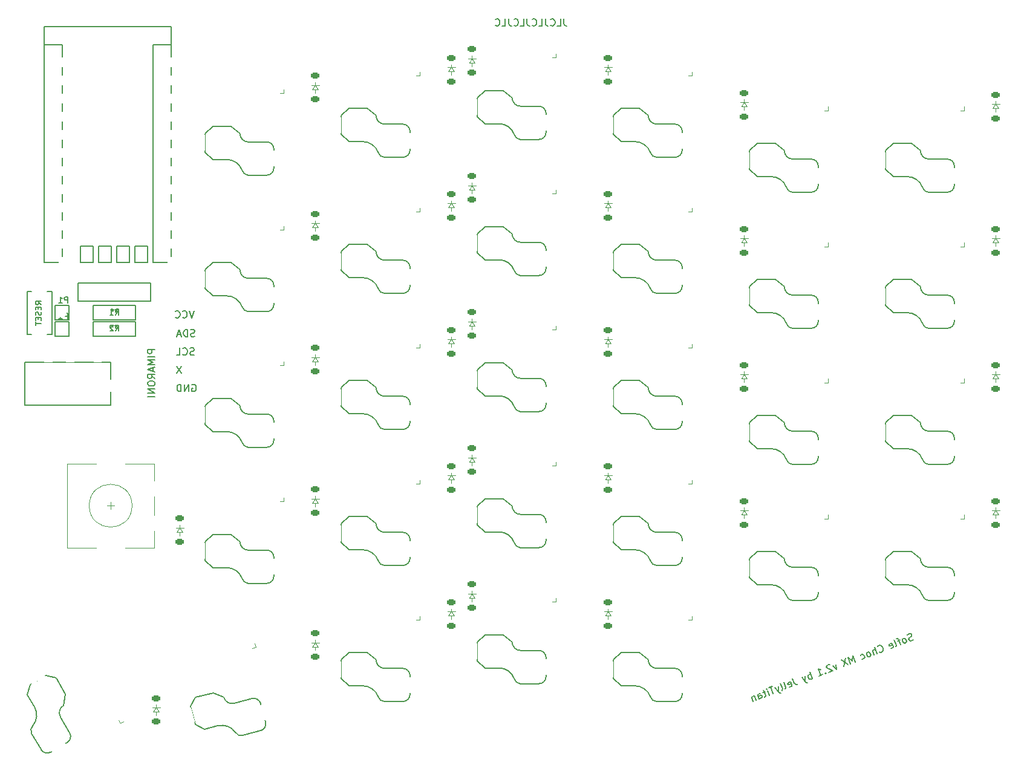
<source format=gbo>
G04 #@! TF.GenerationSoftware,KiCad,Pcbnew,(7.0.0-0)*
G04 #@! TF.CreationDate,2023-03-20T18:34:57-07:00*
G04 #@! TF.ProjectId,SofleKeyboard,536f666c-654b-4657-9962-6f6172642e6b,rev?*
G04 #@! TF.SameCoordinates,Original*
G04 #@! TF.FileFunction,Legend,Bot*
G04 #@! TF.FilePolarity,Positive*
%FSLAX46Y46*%
G04 Gerber Fmt 4.6, Leading zero omitted, Abs format (unit mm)*
G04 Created by KiCad (PCBNEW (7.0.0-0)) date 2023-03-20 18:34:57*
%MOMM*%
%LPD*%
G01*
G04 APERTURE LIST*
G04 Aperture macros list*
%AMRoundRect*
0 Rectangle with rounded corners*
0 $1 Rounding radius*
0 $2 $3 $4 $5 $6 $7 $8 $9 X,Y pos of 4 corners*
0 Add a 4 corners polygon primitive as box body*
4,1,4,$2,$3,$4,$5,$6,$7,$8,$9,$2,$3,0*
0 Add four circle primitives for the rounded corners*
1,1,$1+$1,$2,$3*
1,1,$1+$1,$4,$5*
1,1,$1+$1,$6,$7*
1,1,$1+$1,$8,$9*
0 Add four rect primitives between the rounded corners*
20,1,$1+$1,$2,$3,$4,$5,0*
20,1,$1+$1,$4,$5,$6,$7,0*
20,1,$1+$1,$6,$7,$8,$9,0*
20,1,$1+$1,$8,$9,$2,$3,0*%
%AMFreePoly0*
4,1,28,-0.850000,0.400000,-0.842219,0.514750,-0.797860,0.693119,-0.716195,0.857783,-0.601041,1.001041,-0.457783,1.116195,-0.293119,1.197860,-0.114750,1.242219,0.000000,1.250000,0.114750,1.242219,0.293119,1.197860,0.457783,1.116195,0.601041,1.001041,0.716195,0.857783,0.797860,0.693119,0.842219,0.514750,0.850000,0.400000,0.850000,-0.400000,0.842219,-0.514750,0.797860,-0.693119,
0.716195,-0.857783,0.601041,-1.001041,0.457783,-1.116195,0.293119,-1.197860,0.114750,-1.242219,0.000000,-1.250000,-0.850000,-0.400000,-0.850000,0.400000,-0.850000,0.400000,$1*%
%AMFreePoly1*
4,1,28,-0.850000,0.400000,0.000000,1.250000,0.114750,1.242219,0.293119,1.197860,0.457783,1.116195,0.601041,1.001041,0.716195,0.857783,0.797860,0.693119,0.842219,0.514750,0.850000,0.400000,0.850000,-0.400000,0.842219,-0.514750,0.797860,-0.693119,0.716195,-0.857783,0.601041,-1.001041,0.457783,-1.116195,0.293119,-1.197860,0.114750,-1.242219,0.000000,-1.250000,-0.114750,-1.242219,
-0.293119,-1.197860,-0.457783,-1.116195,-0.601041,-1.001041,-0.716195,-0.857783,-0.797860,-0.693119,-0.842219,-0.514750,-0.850000,-0.400000,-0.850000,0.400000,-0.850000,0.400000,$1*%
%AMFreePoly2*
4,1,18,-0.800000,0.908000,-0.785385,0.981475,-0.743765,1.043765,-0.681475,1.085385,-0.608000,1.100000,0.608000,1.100000,0.681475,1.085385,0.743765,1.043765,0.785385,0.981475,0.800000,0.908000,0.800000,-0.908000,0.785385,-0.981475,0.743765,-1.043765,0.681475,-1.085385,0.608000,-1.100000,-0.400000,-1.100000,-0.800000,-0.700000,-0.800000,0.908000,-0.800000,0.908000,$1*%
%AMFreePoly3*
4,1,13,-0.800000,1.100000,0.608000,1.100000,0.681475,1.085385,0.743765,1.043765,0.785385,0.981475,0.800000,0.908000,0.800000,-0.908000,0.785385,-0.981475,0.743765,-1.043765,0.681475,-1.085385,0.608000,-1.100000,-0.800000,-1.100000,-0.800000,1.100000,-0.800000,1.100000,$1*%
G04 Aperture macros list end*
%ADD10C,0.200000*%
%ADD11C,0.150000*%
%ADD12C,0.100000*%
%ADD13C,0.120000*%
%ADD14C,1.524000*%
%ADD15C,1.397000*%
%ADD16C,1.200000*%
%ADD17FreePoly0,90.000000*%
%ADD18O,2.500000X1.700000*%
%ADD19FreePoly1,90.000000*%
%ADD20C,4.700000*%
%ADD21C,2.000000*%
%ADD22R,1.650000X1.650000*%
%ADD23RoundRect,0.225000X-0.375000X0.225000X-0.375000X-0.225000X0.375000X-0.225000X0.375000X0.225000X0*%
%ADD24C,1.650000*%
%ADD25C,1.800000*%
%ADD26C,3.000000*%
%ADD27C,4.800000*%
%ADD28C,1.000000*%
%ADD29FreePoly2,180.000000*%
%ADD30FreePoly3,180.000000*%
%ADD31FreePoly2,120.000000*%
%ADD32FreePoly3,120.000000*%
%ADD33C,4.000000*%
%ADD34R,3.200000X2.000000*%
%ADD35FreePoly2,195.000000*%
%ADD36FreePoly3,195.000000*%
%ADD37R,1.700000X1.700000*%
%ADD38O,1.700000X1.700000*%
%ADD39R,1.143000X0.635000*%
G04 APERTURE END LIST*
D10*
X212339786Y-123239575D02*
X212223483Y-123335226D01*
X212223483Y-123335226D02*
X212001202Y-123420552D01*
X212001202Y-123420552D02*
X211895224Y-123410226D01*
X211895224Y-123410226D02*
X211833703Y-123382835D01*
X211833703Y-123382835D02*
X211755116Y-123310988D01*
X211755116Y-123310988D02*
X211720986Y-123222075D01*
X211720986Y-123222075D02*
X211731312Y-123116098D01*
X211731312Y-123116098D02*
X211758703Y-123054576D01*
X211758703Y-123054576D02*
X211830550Y-122975990D01*
X211830550Y-122975990D02*
X211991310Y-122863273D01*
X211991310Y-122863273D02*
X212063157Y-122784686D01*
X212063157Y-122784686D02*
X212090548Y-122723165D01*
X212090548Y-122723165D02*
X212100874Y-122617188D01*
X212100874Y-122617188D02*
X212066744Y-122528275D01*
X212066744Y-122528275D02*
X211988158Y-122456428D01*
X211988158Y-122456428D02*
X211926636Y-122429037D01*
X211926636Y-122429037D02*
X211820659Y-122418711D01*
X211820659Y-122418711D02*
X211598378Y-122504037D01*
X211598378Y-122504037D02*
X211482074Y-122599688D01*
X211289902Y-123693594D02*
X211361750Y-123615008D01*
X211361750Y-123615008D02*
X211389141Y-123553486D01*
X211389141Y-123553486D02*
X211399467Y-123447509D01*
X211399467Y-123447509D02*
X211297076Y-123180771D01*
X211297076Y-123180771D02*
X211218489Y-123108924D01*
X211218489Y-123108924D02*
X211156968Y-123081533D01*
X211156968Y-123081533D02*
X211050990Y-123071207D01*
X211050990Y-123071207D02*
X210917622Y-123122403D01*
X210917622Y-123122403D02*
X210845774Y-123200989D01*
X210845774Y-123200989D02*
X210818383Y-123262510D01*
X210818383Y-123262510D02*
X210808057Y-123368488D01*
X210808057Y-123368488D02*
X210910448Y-123635225D01*
X210910448Y-123635225D02*
X210989035Y-123707073D01*
X210989035Y-123707073D02*
X211050556Y-123734464D01*
X211050556Y-123734464D02*
X211156534Y-123744790D01*
X211156534Y-123744790D02*
X211289902Y-123693594D01*
X210473060Y-123293054D02*
X210117410Y-123429575D01*
X210578603Y-123966636D02*
X210271430Y-123166425D01*
X210271430Y-123166425D02*
X210192844Y-123094577D01*
X210192844Y-123094577D02*
X210086866Y-123084251D01*
X210086866Y-123084251D02*
X209997954Y-123118382D01*
X209911759Y-124222614D02*
X209983607Y-124144027D01*
X209983607Y-124144027D02*
X209993933Y-124038050D01*
X209993933Y-124038050D02*
X209686760Y-123237838D01*
X209183394Y-124451200D02*
X209289372Y-124461526D01*
X209289372Y-124461526D02*
X209467197Y-124393265D01*
X209467197Y-124393265D02*
X209539044Y-124314679D01*
X209539044Y-124314679D02*
X209549370Y-124208701D01*
X209549370Y-124208701D02*
X209412849Y-123853052D01*
X209412849Y-123853052D02*
X209334262Y-123781204D01*
X209334262Y-123781204D02*
X209228285Y-123770878D01*
X209228285Y-123770878D02*
X209050460Y-123839139D01*
X209050460Y-123839139D02*
X208978613Y-123917725D01*
X208978613Y-123917725D02*
X208968287Y-124023703D01*
X208968287Y-124023703D02*
X209002417Y-124112615D01*
X209002417Y-124112615D02*
X209481109Y-124030876D01*
X207628144Y-124997198D02*
X207689666Y-125024589D01*
X207689666Y-125024589D02*
X207840099Y-125017849D01*
X207840099Y-125017849D02*
X207929012Y-124983719D01*
X207929012Y-124983719D02*
X208045315Y-124888068D01*
X208045315Y-124888068D02*
X208100097Y-124765025D01*
X208100097Y-124765025D02*
X208110423Y-124659047D01*
X208110423Y-124659047D02*
X208086619Y-124464157D01*
X208086619Y-124464157D02*
X208035424Y-124330789D01*
X208035424Y-124330789D02*
X207922707Y-124170029D01*
X207922707Y-124170029D02*
X207844120Y-124098182D01*
X207844120Y-124098182D02*
X207721078Y-124043400D01*
X207721078Y-124043400D02*
X207570644Y-124050139D01*
X207570644Y-124050139D02*
X207481731Y-124084269D01*
X207481731Y-124084269D02*
X207365428Y-124179921D01*
X207365428Y-124179921D02*
X207338037Y-124241442D01*
X207262169Y-125239696D02*
X206903801Y-124306116D01*
X206862063Y-125393283D02*
X206674346Y-124904264D01*
X206674346Y-124904264D02*
X206684672Y-124798287D01*
X206684672Y-124798287D02*
X206756519Y-124719700D01*
X206756519Y-124719700D02*
X206889888Y-124668505D01*
X206889888Y-124668505D02*
X206995866Y-124678831D01*
X206995866Y-124678831D02*
X207057387Y-124706222D01*
X206284132Y-125615129D02*
X206355979Y-125536543D01*
X206355979Y-125536543D02*
X206383370Y-125475022D01*
X206383370Y-125475022D02*
X206393696Y-125369044D01*
X206393696Y-125369044D02*
X206291305Y-125102307D01*
X206291305Y-125102307D02*
X206212719Y-125030459D01*
X206212719Y-125030459D02*
X206151197Y-125003068D01*
X206151197Y-125003068D02*
X206045220Y-124992742D01*
X206045220Y-124992742D02*
X205911851Y-125043938D01*
X205911851Y-125043938D02*
X205840004Y-125122524D01*
X205840004Y-125122524D02*
X205812613Y-125184046D01*
X205812613Y-125184046D02*
X205802287Y-125290023D01*
X205802287Y-125290023D02*
X205904678Y-125556761D01*
X205904678Y-125556761D02*
X205983264Y-125628608D01*
X205983264Y-125628608D02*
X206044786Y-125655999D01*
X206044786Y-125655999D02*
X206150763Y-125666325D01*
X206150763Y-125666325D02*
X206284132Y-125615129D01*
X205155661Y-125997302D02*
X205261639Y-126007628D01*
X205261639Y-126007628D02*
X205439464Y-125939367D01*
X205439464Y-125939367D02*
X205511311Y-125860781D01*
X205511311Y-125860781D02*
X205538702Y-125799259D01*
X205538702Y-125799259D02*
X205549028Y-125693282D01*
X205549028Y-125693282D02*
X205446637Y-125426544D01*
X205446637Y-125426544D02*
X205368051Y-125354697D01*
X205368051Y-125354697D02*
X205306529Y-125327306D01*
X205306529Y-125327306D02*
X205200552Y-125316980D01*
X205200552Y-125316980D02*
X205022727Y-125385241D01*
X205022727Y-125385241D02*
X204950880Y-125463827D01*
X204212472Y-126410365D02*
X203854104Y-125476785D01*
X203854104Y-125476785D02*
X203798888Y-126263084D01*
X203798888Y-126263084D02*
X203231717Y-125715697D01*
X203231717Y-125715697D02*
X203590085Y-126649277D01*
X202876068Y-125852218D02*
X202612049Y-127024710D01*
X202253681Y-126091130D02*
X203234436Y-126785798D01*
X201546251Y-126719735D02*
X201562882Y-127427447D01*
X201562882Y-127427447D02*
X201101689Y-126890386D01*
X200705170Y-126787561D02*
X200643648Y-126760170D01*
X200643648Y-126760170D02*
X200537671Y-126749844D01*
X200537671Y-126749844D02*
X200315390Y-126835170D01*
X200315390Y-126835170D02*
X200243543Y-126913756D01*
X200243543Y-126913756D02*
X200216151Y-126975278D01*
X200216151Y-126975278D02*
X200205826Y-127081255D01*
X200205826Y-127081255D02*
X200239956Y-127170168D01*
X200239956Y-127170168D02*
X200335607Y-127286471D01*
X200335607Y-127286471D02*
X201073864Y-127615164D01*
X201073864Y-127615164D02*
X200495933Y-127837011D01*
X200061697Y-127901685D02*
X200034306Y-127963206D01*
X200034306Y-127963206D02*
X200095827Y-127990597D01*
X200095827Y-127990597D02*
X200123218Y-127929076D01*
X200123218Y-127929076D02*
X200061697Y-127901685D01*
X200061697Y-127901685D02*
X200095827Y-127990597D01*
X199162247Y-128348965D02*
X199695721Y-128144183D01*
X199428984Y-128246574D02*
X199070616Y-127312994D01*
X199070616Y-127312994D02*
X199210724Y-127412232D01*
X199210724Y-127412232D02*
X199333767Y-127467014D01*
X199333767Y-127467014D02*
X199439744Y-127477340D01*
X198201993Y-128717572D02*
X197843625Y-127783991D01*
X197980146Y-128139641D02*
X197874168Y-128129315D01*
X197874168Y-128129315D02*
X197696344Y-128197576D01*
X197696344Y-128197576D02*
X197624496Y-128276162D01*
X197624496Y-128276162D02*
X197597105Y-128337684D01*
X197597105Y-128337684D02*
X197586779Y-128443661D01*
X197586779Y-128443661D02*
X197689170Y-128710398D01*
X197689170Y-128710398D02*
X197767757Y-128782246D01*
X197767757Y-128782246D02*
X197829278Y-128809637D01*
X197829278Y-128809637D02*
X197935256Y-128819963D01*
X197935256Y-128819963D02*
X198113080Y-128751702D01*
X198113080Y-128751702D02*
X198184928Y-128673116D01*
X197207325Y-128385292D02*
X197223956Y-129093005D01*
X196762763Y-128555944D02*
X197223956Y-129093005D01*
X197223956Y-129093005D02*
X197398194Y-129281156D01*
X197398194Y-129281156D02*
X197459716Y-129308547D01*
X197459716Y-129308547D02*
X197565693Y-129318873D01*
X195460772Y-128698683D02*
X195716749Y-129365526D01*
X195716749Y-129365526D02*
X195812400Y-129481830D01*
X195812400Y-129481830D02*
X195935443Y-129536612D01*
X195935443Y-129536612D02*
X196085877Y-129529873D01*
X196085877Y-129529873D02*
X196174789Y-129495742D01*
X195001862Y-129894980D02*
X195107840Y-129905306D01*
X195107840Y-129905306D02*
X195285665Y-129837045D01*
X195285665Y-129837045D02*
X195357512Y-129758459D01*
X195357512Y-129758459D02*
X195367838Y-129652481D01*
X195367838Y-129652481D02*
X195231317Y-129296832D01*
X195231317Y-129296832D02*
X195152730Y-129224984D01*
X195152730Y-129224984D02*
X195046753Y-129214658D01*
X195046753Y-129214658D02*
X194868928Y-129282919D01*
X194868928Y-129282919D02*
X194797081Y-129361505D01*
X194797081Y-129361505D02*
X194786755Y-129467483D01*
X194786755Y-129467483D02*
X194820885Y-129556395D01*
X194820885Y-129556395D02*
X195299577Y-129474656D01*
X194440997Y-130161283D02*
X194512844Y-130082697D01*
X194512844Y-130082697D02*
X194523170Y-129976719D01*
X194523170Y-129976719D02*
X194215997Y-129176507D01*
X193951978Y-130349000D02*
X194023825Y-130270413D01*
X194023825Y-130270413D02*
X194034151Y-130164436D01*
X194034151Y-130164436D02*
X193726979Y-129364224D01*
X193446328Y-129829004D02*
X193462959Y-130536716D01*
X193001766Y-129999655D02*
X193462959Y-130536716D01*
X193462959Y-130536716D02*
X193637197Y-130724867D01*
X193637197Y-130724867D02*
X193698719Y-130752258D01*
X193698719Y-130752258D02*
X193804696Y-130762584D01*
X192660029Y-129773788D02*
X192126554Y-129978569D01*
X192751660Y-130809759D02*
X192393292Y-129876178D01*
X192173729Y-131031606D02*
X191934817Y-130409219D01*
X191815361Y-130098025D02*
X191876882Y-130125416D01*
X191876882Y-130125416D02*
X191849491Y-130186938D01*
X191849491Y-130186938D02*
X191787970Y-130159547D01*
X191787970Y-130159547D02*
X191815361Y-130098025D01*
X191815361Y-130098025D02*
X191849491Y-130186938D01*
X191623624Y-130528675D02*
X191267974Y-130665196D01*
X191370799Y-130268677D02*
X191677972Y-131068888D01*
X191677972Y-131068888D02*
X191667646Y-131174866D01*
X191667646Y-131174866D02*
X191595798Y-131253452D01*
X191595798Y-131253452D02*
X191506886Y-131287583D01*
X190795586Y-131560625D02*
X190607870Y-131071607D01*
X190607870Y-131071607D02*
X190618195Y-130965629D01*
X190618195Y-130965629D02*
X190690043Y-130887043D01*
X190690043Y-130887043D02*
X190867868Y-130818782D01*
X190867868Y-130818782D02*
X190973845Y-130829108D01*
X190778521Y-131516169D02*
X190884499Y-131526495D01*
X190884499Y-131526495D02*
X191106780Y-131441169D01*
X191106780Y-131441169D02*
X191178627Y-131362583D01*
X191178627Y-131362583D02*
X191188953Y-131256605D01*
X191188953Y-131256605D02*
X191154823Y-131167693D01*
X191154823Y-131167693D02*
X191076236Y-131095845D01*
X191076236Y-131095845D02*
X190970258Y-131085519D01*
X190970258Y-131085519D02*
X190747977Y-131170845D01*
X190747977Y-131170845D02*
X190642000Y-131160519D01*
X190112112Y-131108890D02*
X190351024Y-131731277D01*
X190146242Y-131197802D02*
X190084721Y-131170411D01*
X190084721Y-131170411D02*
X189978743Y-131160085D01*
X189978743Y-131160085D02*
X189845375Y-131211280D01*
X189845375Y-131211280D02*
X189773527Y-131289867D01*
X189773527Y-131289867D02*
X189763201Y-131395844D01*
X189763201Y-131395844D02*
X189950918Y-131884863D01*
X163436190Y-36322380D02*
X163436190Y-37036666D01*
X163436190Y-37036666D02*
X163483809Y-37179523D01*
X163483809Y-37179523D02*
X163579047Y-37274761D01*
X163579047Y-37274761D02*
X163721904Y-37322380D01*
X163721904Y-37322380D02*
X163817142Y-37322380D01*
X162483809Y-37322380D02*
X162959999Y-37322380D01*
X162959999Y-37322380D02*
X162959999Y-36322380D01*
X161579047Y-37227142D02*
X161626666Y-37274761D01*
X161626666Y-37274761D02*
X161769523Y-37322380D01*
X161769523Y-37322380D02*
X161864761Y-37322380D01*
X161864761Y-37322380D02*
X162007618Y-37274761D01*
X162007618Y-37274761D02*
X162102856Y-37179523D01*
X162102856Y-37179523D02*
X162150475Y-37084285D01*
X162150475Y-37084285D02*
X162198094Y-36893809D01*
X162198094Y-36893809D02*
X162198094Y-36750952D01*
X162198094Y-36750952D02*
X162150475Y-36560476D01*
X162150475Y-36560476D02*
X162102856Y-36465238D01*
X162102856Y-36465238D02*
X162007618Y-36370000D01*
X162007618Y-36370000D02*
X161864761Y-36322380D01*
X161864761Y-36322380D02*
X161769523Y-36322380D01*
X161769523Y-36322380D02*
X161626666Y-36370000D01*
X161626666Y-36370000D02*
X161579047Y-36417619D01*
X160864761Y-36322380D02*
X160864761Y-37036666D01*
X160864761Y-37036666D02*
X160912380Y-37179523D01*
X160912380Y-37179523D02*
X161007618Y-37274761D01*
X161007618Y-37274761D02*
X161150475Y-37322380D01*
X161150475Y-37322380D02*
X161245713Y-37322380D01*
X159912380Y-37322380D02*
X160388570Y-37322380D01*
X160388570Y-37322380D02*
X160388570Y-36322380D01*
X159007618Y-37227142D02*
X159055237Y-37274761D01*
X159055237Y-37274761D02*
X159198094Y-37322380D01*
X159198094Y-37322380D02*
X159293332Y-37322380D01*
X159293332Y-37322380D02*
X159436189Y-37274761D01*
X159436189Y-37274761D02*
X159531427Y-37179523D01*
X159531427Y-37179523D02*
X159579046Y-37084285D01*
X159579046Y-37084285D02*
X159626665Y-36893809D01*
X159626665Y-36893809D02*
X159626665Y-36750952D01*
X159626665Y-36750952D02*
X159579046Y-36560476D01*
X159579046Y-36560476D02*
X159531427Y-36465238D01*
X159531427Y-36465238D02*
X159436189Y-36370000D01*
X159436189Y-36370000D02*
X159293332Y-36322380D01*
X159293332Y-36322380D02*
X159198094Y-36322380D01*
X159198094Y-36322380D02*
X159055237Y-36370000D01*
X159055237Y-36370000D02*
X159007618Y-36417619D01*
X158293332Y-36322380D02*
X158293332Y-37036666D01*
X158293332Y-37036666D02*
X158340951Y-37179523D01*
X158340951Y-37179523D02*
X158436189Y-37274761D01*
X158436189Y-37274761D02*
X158579046Y-37322380D01*
X158579046Y-37322380D02*
X158674284Y-37322380D01*
X157340951Y-37322380D02*
X157817141Y-37322380D01*
X157817141Y-37322380D02*
X157817141Y-36322380D01*
X156436189Y-37227142D02*
X156483808Y-37274761D01*
X156483808Y-37274761D02*
X156626665Y-37322380D01*
X156626665Y-37322380D02*
X156721903Y-37322380D01*
X156721903Y-37322380D02*
X156864760Y-37274761D01*
X156864760Y-37274761D02*
X156959998Y-37179523D01*
X156959998Y-37179523D02*
X157007617Y-37084285D01*
X157007617Y-37084285D02*
X157055236Y-36893809D01*
X157055236Y-36893809D02*
X157055236Y-36750952D01*
X157055236Y-36750952D02*
X157007617Y-36560476D01*
X157007617Y-36560476D02*
X156959998Y-36465238D01*
X156959998Y-36465238D02*
X156864760Y-36370000D01*
X156864760Y-36370000D02*
X156721903Y-36322380D01*
X156721903Y-36322380D02*
X156626665Y-36322380D01*
X156626665Y-36322380D02*
X156483808Y-36370000D01*
X156483808Y-36370000D02*
X156436189Y-36417619D01*
X155721903Y-36322380D02*
X155721903Y-37036666D01*
X155721903Y-37036666D02*
X155769522Y-37179523D01*
X155769522Y-37179523D02*
X155864760Y-37274761D01*
X155864760Y-37274761D02*
X156007617Y-37322380D01*
X156007617Y-37322380D02*
X156102855Y-37322380D01*
X154769522Y-37322380D02*
X155245712Y-37322380D01*
X155245712Y-37322380D02*
X155245712Y-36322380D01*
X153864760Y-37227142D02*
X153912379Y-37274761D01*
X153912379Y-37274761D02*
X154055236Y-37322380D01*
X154055236Y-37322380D02*
X154150474Y-37322380D01*
X154150474Y-37322380D02*
X154293331Y-37274761D01*
X154293331Y-37274761D02*
X154388569Y-37179523D01*
X154388569Y-37179523D02*
X154436188Y-37084285D01*
X154436188Y-37084285D02*
X154483807Y-36893809D01*
X154483807Y-36893809D02*
X154483807Y-36750952D01*
X154483807Y-36750952D02*
X154436188Y-36560476D01*
X154436188Y-36560476D02*
X154388569Y-36465238D01*
X154388569Y-36465238D02*
X154293331Y-36370000D01*
X154293331Y-36370000D02*
X154150474Y-36322380D01*
X154150474Y-36322380D02*
X154055236Y-36322380D01*
X154055236Y-36322380D02*
X153912379Y-36370000D01*
X153912379Y-36370000D02*
X153864760Y-36417619D01*
D11*
X100819637Y-76920342D02*
X100819637Y-77113866D01*
X101013161Y-77036456D02*
X100819637Y-77113866D01*
X100819637Y-77113866D02*
X100626114Y-77036456D01*
X100935752Y-77268685D02*
X100819637Y-77113866D01*
X100819637Y-77113866D02*
X100703523Y-77268685D01*
X100200361Y-76920342D02*
X100200361Y-77113866D01*
X100393885Y-77036456D02*
X100200361Y-77113866D01*
X100200361Y-77113866D02*
X100006838Y-77036456D01*
X100316476Y-77268685D02*
X100200361Y-77113866D01*
X100200361Y-77113866D02*
X100084247Y-77268685D01*
X100643332Y-77779974D02*
X100909999Y-77399022D01*
X101100475Y-77779974D02*
X101100475Y-76979974D01*
X101100475Y-76979974D02*
X100795713Y-76979974D01*
X100795713Y-76979974D02*
X100719523Y-77018070D01*
X100719523Y-77018070D02*
X100681428Y-77056165D01*
X100681428Y-77056165D02*
X100643332Y-77132355D01*
X100643332Y-77132355D02*
X100643332Y-77246641D01*
X100643332Y-77246641D02*
X100681428Y-77322831D01*
X100681428Y-77322831D02*
X100719523Y-77360927D01*
X100719523Y-77360927D02*
X100795713Y-77399022D01*
X100795713Y-77399022D02*
X101100475Y-77399022D01*
X99881428Y-77779974D02*
X100338571Y-77779974D01*
X100109999Y-77779974D02*
X100109999Y-76979974D01*
X100109999Y-76979974D02*
X100186190Y-77094260D01*
X100186190Y-77094260D02*
X100262380Y-77170450D01*
X100262380Y-77170450D02*
X100338571Y-77208546D01*
X100819637Y-79162307D02*
X100819637Y-79355831D01*
X101013161Y-79278421D02*
X100819637Y-79355831D01*
X100819637Y-79355831D02*
X100626114Y-79278421D01*
X100935752Y-79510650D02*
X100819637Y-79355831D01*
X100819637Y-79355831D02*
X100703523Y-79510650D01*
X100200361Y-79162307D02*
X100200361Y-79355831D01*
X100393885Y-79278421D02*
X100200361Y-79355831D01*
X100200361Y-79355831D02*
X100006838Y-79278421D01*
X100316476Y-79510650D02*
X100200361Y-79355831D01*
X100200361Y-79355831D02*
X100084247Y-79510650D01*
X100643332Y-80033904D02*
X100909999Y-79652952D01*
X101100475Y-80033904D02*
X101100475Y-79233904D01*
X101100475Y-79233904D02*
X100795713Y-79233904D01*
X100795713Y-79233904D02*
X100719523Y-79272000D01*
X100719523Y-79272000D02*
X100681428Y-79310095D01*
X100681428Y-79310095D02*
X100643332Y-79386285D01*
X100643332Y-79386285D02*
X100643332Y-79500571D01*
X100643332Y-79500571D02*
X100681428Y-79576761D01*
X100681428Y-79576761D02*
X100719523Y-79614857D01*
X100719523Y-79614857D02*
X100795713Y-79652952D01*
X100795713Y-79652952D02*
X101100475Y-79652952D01*
X100338571Y-79310095D02*
X100300475Y-79272000D01*
X100300475Y-79272000D02*
X100224285Y-79233904D01*
X100224285Y-79233904D02*
X100033809Y-79233904D01*
X100033809Y-79233904D02*
X99957618Y-79272000D01*
X99957618Y-79272000D02*
X99919523Y-79310095D01*
X99919523Y-79310095D02*
X99881428Y-79386285D01*
X99881428Y-79386285D02*
X99881428Y-79462476D01*
X99881428Y-79462476D02*
X99919523Y-79576761D01*
X99919523Y-79576761D02*
X100376666Y-80033904D01*
X100376666Y-80033904D02*
X99881428Y-80033904D01*
X90293904Y-76338095D02*
X89912952Y-76071428D01*
X90293904Y-75880952D02*
X89493904Y-75880952D01*
X89493904Y-75880952D02*
X89493904Y-76185714D01*
X89493904Y-76185714D02*
X89532000Y-76261904D01*
X89532000Y-76261904D02*
X89570095Y-76299999D01*
X89570095Y-76299999D02*
X89646285Y-76338095D01*
X89646285Y-76338095D02*
X89760571Y-76338095D01*
X89760571Y-76338095D02*
X89836761Y-76299999D01*
X89836761Y-76299999D02*
X89874857Y-76261904D01*
X89874857Y-76261904D02*
X89912952Y-76185714D01*
X89912952Y-76185714D02*
X89912952Y-75880952D01*
X89874857Y-76680952D02*
X89874857Y-76947618D01*
X90293904Y-77061904D02*
X90293904Y-76680952D01*
X90293904Y-76680952D02*
X89493904Y-76680952D01*
X89493904Y-76680952D02*
X89493904Y-77061904D01*
X90255809Y-77366666D02*
X90293904Y-77480952D01*
X90293904Y-77480952D02*
X90293904Y-77671428D01*
X90293904Y-77671428D02*
X90255809Y-77747619D01*
X90255809Y-77747619D02*
X90217714Y-77785714D01*
X90217714Y-77785714D02*
X90141523Y-77823809D01*
X90141523Y-77823809D02*
X90065333Y-77823809D01*
X90065333Y-77823809D02*
X89989142Y-77785714D01*
X89989142Y-77785714D02*
X89951047Y-77747619D01*
X89951047Y-77747619D02*
X89912952Y-77671428D01*
X89912952Y-77671428D02*
X89874857Y-77519047D01*
X89874857Y-77519047D02*
X89836761Y-77442857D01*
X89836761Y-77442857D02*
X89798666Y-77404762D01*
X89798666Y-77404762D02*
X89722476Y-77366666D01*
X89722476Y-77366666D02*
X89646285Y-77366666D01*
X89646285Y-77366666D02*
X89570095Y-77404762D01*
X89570095Y-77404762D02*
X89532000Y-77442857D01*
X89532000Y-77442857D02*
X89493904Y-77519047D01*
X89493904Y-77519047D02*
X89493904Y-77709524D01*
X89493904Y-77709524D02*
X89532000Y-77823809D01*
X89874857Y-78166667D02*
X89874857Y-78433333D01*
X90293904Y-78547619D02*
X90293904Y-78166667D01*
X90293904Y-78166667D02*
X89493904Y-78166667D01*
X89493904Y-78166667D02*
X89493904Y-78547619D01*
X89493904Y-78776191D02*
X89493904Y-79233334D01*
X90293904Y-79004762D02*
X89493904Y-79004762D01*
X93970475Y-78333904D02*
X93970475Y-77533904D01*
X93970475Y-77533904D02*
X93665713Y-77533904D01*
X93665713Y-77533904D02*
X93589523Y-77572000D01*
X93589523Y-77572000D02*
X93551428Y-77610095D01*
X93551428Y-77610095D02*
X93513332Y-77686285D01*
X93513332Y-77686285D02*
X93513332Y-77800571D01*
X93513332Y-77800571D02*
X93551428Y-77876761D01*
X93551428Y-77876761D02*
X93589523Y-77914857D01*
X93589523Y-77914857D02*
X93665713Y-77952952D01*
X93665713Y-77952952D02*
X93970475Y-77952952D01*
X92751428Y-78333904D02*
X93208571Y-78333904D01*
X92979999Y-78333904D02*
X92979999Y-77533904D01*
X92979999Y-77533904D02*
X93056190Y-77648190D01*
X93056190Y-77648190D02*
X93132380Y-77724380D01*
X93132380Y-77724380D02*
X93208571Y-77762476D01*
X111388095Y-87555000D02*
X111483333Y-87507380D01*
X111483333Y-87507380D02*
X111626190Y-87507380D01*
X111626190Y-87507380D02*
X111769047Y-87555000D01*
X111769047Y-87555000D02*
X111864285Y-87650238D01*
X111864285Y-87650238D02*
X111911904Y-87745476D01*
X111911904Y-87745476D02*
X111959523Y-87935952D01*
X111959523Y-87935952D02*
X111959523Y-88078809D01*
X111959523Y-88078809D02*
X111911904Y-88269285D01*
X111911904Y-88269285D02*
X111864285Y-88364523D01*
X111864285Y-88364523D02*
X111769047Y-88459761D01*
X111769047Y-88459761D02*
X111626190Y-88507380D01*
X111626190Y-88507380D02*
X111530952Y-88507380D01*
X111530952Y-88507380D02*
X111388095Y-88459761D01*
X111388095Y-88459761D02*
X111340476Y-88412142D01*
X111340476Y-88412142D02*
X111340476Y-88078809D01*
X111340476Y-88078809D02*
X111530952Y-88078809D01*
X110911904Y-88507380D02*
X110911904Y-87507380D01*
X110911904Y-87507380D02*
X110340476Y-88507380D01*
X110340476Y-88507380D02*
X110340476Y-87507380D01*
X109864285Y-88507380D02*
X109864285Y-87507380D01*
X109864285Y-87507380D02*
X109626190Y-87507380D01*
X109626190Y-87507380D02*
X109483333Y-87555000D01*
X109483333Y-87555000D02*
X109388095Y-87650238D01*
X109388095Y-87650238D02*
X109340476Y-87745476D01*
X109340476Y-87745476D02*
X109292857Y-87935952D01*
X109292857Y-87935952D02*
X109292857Y-88078809D01*
X109292857Y-88078809D02*
X109340476Y-88269285D01*
X109340476Y-88269285D02*
X109388095Y-88364523D01*
X109388095Y-88364523D02*
X109483333Y-88459761D01*
X109483333Y-88459761D02*
X109626190Y-88507380D01*
X109626190Y-88507380D02*
X109864285Y-88507380D01*
X109887142Y-84967380D02*
X109220476Y-85967380D01*
X109220476Y-84967380D02*
X109887142Y-85967380D01*
X111679523Y-83359761D02*
X111536666Y-83407380D01*
X111536666Y-83407380D02*
X111298571Y-83407380D01*
X111298571Y-83407380D02*
X111203333Y-83359761D01*
X111203333Y-83359761D02*
X111155714Y-83312142D01*
X111155714Y-83312142D02*
X111108095Y-83216904D01*
X111108095Y-83216904D02*
X111108095Y-83121666D01*
X111108095Y-83121666D02*
X111155714Y-83026428D01*
X111155714Y-83026428D02*
X111203333Y-82978809D01*
X111203333Y-82978809D02*
X111298571Y-82931190D01*
X111298571Y-82931190D02*
X111489047Y-82883571D01*
X111489047Y-82883571D02*
X111584285Y-82835952D01*
X111584285Y-82835952D02*
X111631904Y-82788333D01*
X111631904Y-82788333D02*
X111679523Y-82693095D01*
X111679523Y-82693095D02*
X111679523Y-82597857D01*
X111679523Y-82597857D02*
X111631904Y-82502619D01*
X111631904Y-82502619D02*
X111584285Y-82455000D01*
X111584285Y-82455000D02*
X111489047Y-82407380D01*
X111489047Y-82407380D02*
X111250952Y-82407380D01*
X111250952Y-82407380D02*
X111108095Y-82455000D01*
X110108095Y-83312142D02*
X110155714Y-83359761D01*
X110155714Y-83359761D02*
X110298571Y-83407380D01*
X110298571Y-83407380D02*
X110393809Y-83407380D01*
X110393809Y-83407380D02*
X110536666Y-83359761D01*
X110536666Y-83359761D02*
X110631904Y-83264523D01*
X110631904Y-83264523D02*
X110679523Y-83169285D01*
X110679523Y-83169285D02*
X110727142Y-82978809D01*
X110727142Y-82978809D02*
X110727142Y-82835952D01*
X110727142Y-82835952D02*
X110679523Y-82645476D01*
X110679523Y-82645476D02*
X110631904Y-82550238D01*
X110631904Y-82550238D02*
X110536666Y-82455000D01*
X110536666Y-82455000D02*
X110393809Y-82407380D01*
X110393809Y-82407380D02*
X110298571Y-82407380D01*
X110298571Y-82407380D02*
X110155714Y-82455000D01*
X110155714Y-82455000D02*
X110108095Y-82502619D01*
X109203333Y-83407380D02*
X109679523Y-83407380D01*
X109679523Y-83407380D02*
X109679523Y-82407380D01*
X106197380Y-82639286D02*
X105197380Y-82639286D01*
X105197380Y-82639286D02*
X105197380Y-83020238D01*
X105197380Y-83020238D02*
X105245000Y-83115476D01*
X105245000Y-83115476D02*
X105292619Y-83163095D01*
X105292619Y-83163095D02*
X105387857Y-83210714D01*
X105387857Y-83210714D02*
X105530714Y-83210714D01*
X105530714Y-83210714D02*
X105625952Y-83163095D01*
X105625952Y-83163095D02*
X105673571Y-83115476D01*
X105673571Y-83115476D02*
X105721190Y-83020238D01*
X105721190Y-83020238D02*
X105721190Y-82639286D01*
X106197380Y-83639286D02*
X105197380Y-83639286D01*
X106197380Y-84115476D02*
X105197380Y-84115476D01*
X105197380Y-84115476D02*
X105911666Y-84448809D01*
X105911666Y-84448809D02*
X105197380Y-84782142D01*
X105197380Y-84782142D02*
X106197380Y-84782142D01*
X105911666Y-85210714D02*
X105911666Y-85686904D01*
X106197380Y-85115476D02*
X105197380Y-85448809D01*
X105197380Y-85448809D02*
X106197380Y-85782142D01*
X106197380Y-86686904D02*
X105721190Y-86353571D01*
X106197380Y-86115476D02*
X105197380Y-86115476D01*
X105197380Y-86115476D02*
X105197380Y-86496428D01*
X105197380Y-86496428D02*
X105245000Y-86591666D01*
X105245000Y-86591666D02*
X105292619Y-86639285D01*
X105292619Y-86639285D02*
X105387857Y-86686904D01*
X105387857Y-86686904D02*
X105530714Y-86686904D01*
X105530714Y-86686904D02*
X105625952Y-86639285D01*
X105625952Y-86639285D02*
X105673571Y-86591666D01*
X105673571Y-86591666D02*
X105721190Y-86496428D01*
X105721190Y-86496428D02*
X105721190Y-86115476D01*
X105197380Y-87305952D02*
X105197380Y-87496428D01*
X105197380Y-87496428D02*
X105245000Y-87591666D01*
X105245000Y-87591666D02*
X105340238Y-87686904D01*
X105340238Y-87686904D02*
X105530714Y-87734523D01*
X105530714Y-87734523D02*
X105864047Y-87734523D01*
X105864047Y-87734523D02*
X106054523Y-87686904D01*
X106054523Y-87686904D02*
X106149761Y-87591666D01*
X106149761Y-87591666D02*
X106197380Y-87496428D01*
X106197380Y-87496428D02*
X106197380Y-87305952D01*
X106197380Y-87305952D02*
X106149761Y-87210714D01*
X106149761Y-87210714D02*
X106054523Y-87115476D01*
X106054523Y-87115476D02*
X105864047Y-87067857D01*
X105864047Y-87067857D02*
X105530714Y-87067857D01*
X105530714Y-87067857D02*
X105340238Y-87115476D01*
X105340238Y-87115476D02*
X105245000Y-87210714D01*
X105245000Y-87210714D02*
X105197380Y-87305952D01*
X106197380Y-88163095D02*
X105197380Y-88163095D01*
X105197380Y-88163095D02*
X106197380Y-88734523D01*
X106197380Y-88734523D02*
X105197380Y-88734523D01*
X106197380Y-89210714D02*
X105197380Y-89210714D01*
X111654761Y-77207380D02*
X111321428Y-78207380D01*
X111321428Y-78207380D02*
X110988095Y-77207380D01*
X110083333Y-78112142D02*
X110130952Y-78159761D01*
X110130952Y-78159761D02*
X110273809Y-78207380D01*
X110273809Y-78207380D02*
X110369047Y-78207380D01*
X110369047Y-78207380D02*
X110511904Y-78159761D01*
X110511904Y-78159761D02*
X110607142Y-78064523D01*
X110607142Y-78064523D02*
X110654761Y-77969285D01*
X110654761Y-77969285D02*
X110702380Y-77778809D01*
X110702380Y-77778809D02*
X110702380Y-77635952D01*
X110702380Y-77635952D02*
X110654761Y-77445476D01*
X110654761Y-77445476D02*
X110607142Y-77350238D01*
X110607142Y-77350238D02*
X110511904Y-77255000D01*
X110511904Y-77255000D02*
X110369047Y-77207380D01*
X110369047Y-77207380D02*
X110273809Y-77207380D01*
X110273809Y-77207380D02*
X110130952Y-77255000D01*
X110130952Y-77255000D02*
X110083333Y-77302619D01*
X109083333Y-78112142D02*
X109130952Y-78159761D01*
X109130952Y-78159761D02*
X109273809Y-78207380D01*
X109273809Y-78207380D02*
X109369047Y-78207380D01*
X109369047Y-78207380D02*
X109511904Y-78159761D01*
X109511904Y-78159761D02*
X109607142Y-78064523D01*
X109607142Y-78064523D02*
X109654761Y-77969285D01*
X109654761Y-77969285D02*
X109702380Y-77778809D01*
X109702380Y-77778809D02*
X109702380Y-77635952D01*
X109702380Y-77635952D02*
X109654761Y-77445476D01*
X109654761Y-77445476D02*
X109607142Y-77350238D01*
X109607142Y-77350238D02*
X109511904Y-77255000D01*
X109511904Y-77255000D02*
X109369047Y-77207380D01*
X109369047Y-77207380D02*
X109273809Y-77207380D01*
X109273809Y-77207380D02*
X109130952Y-77255000D01*
X109130952Y-77255000D02*
X109083333Y-77302619D01*
X111769523Y-80789761D02*
X111626666Y-80837380D01*
X111626666Y-80837380D02*
X111388571Y-80837380D01*
X111388571Y-80837380D02*
X111293333Y-80789761D01*
X111293333Y-80789761D02*
X111245714Y-80742142D01*
X111245714Y-80742142D02*
X111198095Y-80646904D01*
X111198095Y-80646904D02*
X111198095Y-80551666D01*
X111198095Y-80551666D02*
X111245714Y-80456428D01*
X111245714Y-80456428D02*
X111293333Y-80408809D01*
X111293333Y-80408809D02*
X111388571Y-80361190D01*
X111388571Y-80361190D02*
X111579047Y-80313571D01*
X111579047Y-80313571D02*
X111674285Y-80265952D01*
X111674285Y-80265952D02*
X111721904Y-80218333D01*
X111721904Y-80218333D02*
X111769523Y-80123095D01*
X111769523Y-80123095D02*
X111769523Y-80027857D01*
X111769523Y-80027857D02*
X111721904Y-79932619D01*
X111721904Y-79932619D02*
X111674285Y-79885000D01*
X111674285Y-79885000D02*
X111579047Y-79837380D01*
X111579047Y-79837380D02*
X111340952Y-79837380D01*
X111340952Y-79837380D02*
X111198095Y-79885000D01*
X110769523Y-80837380D02*
X110769523Y-79837380D01*
X110769523Y-79837380D02*
X110531428Y-79837380D01*
X110531428Y-79837380D02*
X110388571Y-79885000D01*
X110388571Y-79885000D02*
X110293333Y-79980238D01*
X110293333Y-79980238D02*
X110245714Y-80075476D01*
X110245714Y-80075476D02*
X110198095Y-80265952D01*
X110198095Y-80265952D02*
X110198095Y-80408809D01*
X110198095Y-80408809D02*
X110245714Y-80599285D01*
X110245714Y-80599285D02*
X110293333Y-80694523D01*
X110293333Y-80694523D02*
X110388571Y-80789761D01*
X110388571Y-80789761D02*
X110531428Y-80837380D01*
X110531428Y-80837380D02*
X110769523Y-80837380D01*
X109817142Y-80551666D02*
X109340952Y-80551666D01*
X109912380Y-80837380D02*
X109579047Y-79837380D01*
X109579047Y-79837380D02*
X109245714Y-80837380D01*
X93970475Y-76091939D02*
X93970475Y-75291939D01*
X93970475Y-75291939D02*
X93665713Y-75291939D01*
X93665713Y-75291939D02*
X93589523Y-75330035D01*
X93589523Y-75330035D02*
X93551428Y-75368130D01*
X93551428Y-75368130D02*
X93513332Y-75444320D01*
X93513332Y-75444320D02*
X93513332Y-75558606D01*
X93513332Y-75558606D02*
X93551428Y-75634796D01*
X93551428Y-75634796D02*
X93589523Y-75672892D01*
X93589523Y-75672892D02*
X93665713Y-75710987D01*
X93665713Y-75710987D02*
X93970475Y-75710987D01*
X92751428Y-76091939D02*
X93208571Y-76091939D01*
X92979999Y-76091939D02*
X92979999Y-75291939D01*
X92979999Y-75291939D02*
X93056190Y-75406225D01*
X93056190Y-75406225D02*
X93132380Y-75482415D01*
X93132380Y-75482415D02*
X93208571Y-75520511D01*
X97510000Y-76498035D02*
X103510000Y-76498035D01*
X97510000Y-78498035D02*
X97510000Y-76498035D01*
X103510000Y-76498035D02*
X103510000Y-78498035D01*
X103510000Y-78498035D02*
X97510000Y-78498035D01*
X97510000Y-78740000D02*
X103510000Y-78740000D01*
X97510000Y-80740000D02*
X97510000Y-78740000D01*
X103510000Y-78740000D02*
X103510000Y-80740000D01*
X103510000Y-80740000D02*
X97510000Y-80740000D01*
X88000000Y-90400000D02*
X88000000Y-84400000D01*
X100000000Y-90400000D02*
X88000000Y-90400000D01*
X88000000Y-84400000D02*
X100000000Y-84400000D01*
X100000000Y-84400000D02*
X100000000Y-90400000D01*
X90660000Y-37420000D02*
X108440000Y-37420000D01*
X90660000Y-39960000D02*
X93200000Y-39960000D01*
X90660000Y-70440000D02*
X90660000Y-37420000D01*
X90660000Y-70440000D02*
X90660000Y-39960000D01*
X93200000Y-39960000D02*
X93200000Y-70440000D01*
X93200000Y-70440000D02*
X90660000Y-70440000D01*
X105900000Y-39960000D02*
X108440000Y-39960000D01*
X105900000Y-70440000D02*
X105900000Y-39960000D01*
X108440000Y-37420000D02*
X108440000Y-70440000D01*
X108440000Y-70440000D02*
X105900000Y-70440000D01*
X91800000Y-74500000D02*
X91100000Y-74500000D01*
X91800000Y-74500000D02*
X91800000Y-80400000D01*
X91800000Y-74500000D02*
X91800000Y-80500000D01*
X88300000Y-74500000D02*
X88900000Y-74500000D01*
X91800000Y-80500000D02*
X91100000Y-80500000D01*
X88300000Y-80500000D02*
X88300000Y-74500000D01*
X88300000Y-80500000D02*
X88900000Y-80500000D01*
D12*
X128625000Y-45225000D02*
X128625000Y-45625000D01*
X128625000Y-45625000D02*
X129175000Y-45625000D01*
X128625000Y-45625000D02*
X128075000Y-45625000D01*
X128625000Y-45625000D02*
X128225000Y-46225000D01*
X129025000Y-46225000D02*
X128625000Y-45625000D01*
X128625000Y-46225000D02*
X128625000Y-46725000D01*
X128225000Y-46225000D02*
X129025000Y-46225000D01*
X147675000Y-42725000D02*
X147675000Y-43125000D01*
X147675000Y-43125000D02*
X148225000Y-43125000D01*
X147675000Y-43125000D02*
X147125000Y-43125000D01*
X147675000Y-43125000D02*
X147275000Y-43725000D01*
X148075000Y-43725000D02*
X147675000Y-43125000D01*
X147675000Y-43725000D02*
X147675000Y-44225000D01*
X147275000Y-43725000D02*
X148075000Y-43725000D01*
X150575000Y-41475000D02*
X150575000Y-41875000D01*
X150575000Y-41875000D02*
X151125000Y-41875000D01*
X150575000Y-41875000D02*
X150025000Y-41875000D01*
X150575000Y-41875000D02*
X150175000Y-42475000D01*
X150975000Y-42475000D02*
X150575000Y-41875000D01*
X150575000Y-42475000D02*
X150575000Y-42975000D01*
X150175000Y-42475000D02*
X150975000Y-42475000D01*
X169625000Y-42725000D02*
X169625000Y-43125000D01*
X169625000Y-43125000D02*
X170175000Y-43125000D01*
X169625000Y-43125000D02*
X169075000Y-43125000D01*
X169625000Y-43125000D02*
X169225000Y-43725000D01*
X170025000Y-43725000D02*
X169625000Y-43125000D01*
X169625000Y-43725000D02*
X169625000Y-44225000D01*
X169225000Y-43725000D02*
X170025000Y-43725000D01*
X188675000Y-47625000D02*
X188675000Y-48025000D01*
X188675000Y-48025000D02*
X189225000Y-48025000D01*
X188675000Y-48025000D02*
X188125000Y-48025000D01*
X188675000Y-48025000D02*
X188275000Y-48625000D01*
X189075000Y-48625000D02*
X188675000Y-48025000D01*
X188675000Y-48625000D02*
X188675000Y-49125000D01*
X188275000Y-48625000D02*
X189075000Y-48625000D01*
X223875000Y-47875000D02*
X223875000Y-48275000D01*
X223875000Y-48275000D02*
X224425000Y-48275000D01*
X223875000Y-48275000D02*
X223325000Y-48275000D01*
X223875000Y-48275000D02*
X223475000Y-48875000D01*
X224275000Y-48875000D02*
X223875000Y-48275000D01*
X223875000Y-48875000D02*
X223875000Y-49375000D01*
X223475000Y-48875000D02*
X224275000Y-48875000D01*
X128625000Y-83325000D02*
X128625000Y-83725000D01*
X128625000Y-83725000D02*
X129175000Y-83725000D01*
X128625000Y-83725000D02*
X128075000Y-83725000D01*
X128625000Y-83725000D02*
X128225000Y-84325000D01*
X129025000Y-84325000D02*
X128625000Y-83725000D01*
X128625000Y-84325000D02*
X128625000Y-84825000D01*
X128225000Y-84325000D02*
X129025000Y-84325000D01*
X128625000Y-103125000D02*
X128625000Y-103525000D01*
X128625000Y-103525000D02*
X129175000Y-103525000D01*
X128625000Y-103525000D02*
X128075000Y-103525000D01*
X128625000Y-103525000D02*
X128225000Y-104125000D01*
X129025000Y-104125000D02*
X128625000Y-103525000D01*
X128625000Y-104125000D02*
X128625000Y-104625000D01*
X128225000Y-104125000D02*
X129025000Y-104125000D01*
X109670000Y-107190000D02*
X109670000Y-107590000D01*
X109670000Y-107590000D02*
X110220000Y-107590000D01*
X109670000Y-107590000D02*
X109120000Y-107590000D01*
X109670000Y-107590000D02*
X109270000Y-108190000D01*
X110070000Y-108190000D02*
X109670000Y-107590000D01*
X109670000Y-108190000D02*
X109670000Y-108690000D01*
X109270000Y-108190000D02*
X110070000Y-108190000D01*
X106370000Y-132350000D02*
X106370000Y-132750000D01*
X106370000Y-132750000D02*
X106920000Y-132750000D01*
X106370000Y-132750000D02*
X105820000Y-132750000D01*
X106370000Y-132750000D02*
X105970000Y-133350000D01*
X106770000Y-133350000D02*
X106370000Y-132750000D01*
X106370000Y-133350000D02*
X106370000Y-133850000D01*
X105970000Y-133350000D02*
X106770000Y-133350000D01*
D13*
X124241200Y-46770800D02*
X124241200Y-46243200D01*
X123733200Y-46770800D02*
X124241200Y-46770800D01*
D11*
X122850000Y-54575000D02*
X122850000Y-57225000D01*
X121850000Y-58225000D02*
X119250000Y-58225000D01*
X121850000Y-53575000D02*
X119275000Y-53575000D01*
X116825000Y-51375000D02*
X118100000Y-52400000D01*
X116825000Y-51375000D02*
X114275000Y-51375000D01*
X116250000Y-56025000D02*
X114275000Y-56025000D01*
X113250000Y-55000000D02*
X114275000Y-56025000D01*
X113250000Y-52400000D02*
X114275000Y-51375000D01*
X113250000Y-52400000D02*
X113250000Y-55000000D01*
X121850000Y-58225000D02*
G75*
G03*
X122850000Y-57225000I1J999999D01*
G01*
X122850000Y-54575000D02*
G75*
G03*
X121850000Y-53575000I-999999J1D01*
G01*
X118100000Y-52400000D02*
G75*
G03*
X119275000Y-53575000I1175000J0D01*
G01*
X118387798Y-57521905D02*
G75*
G03*
X119249005Y-58223790I900002J225005D01*
G01*
X118387801Y-57521904D02*
G75*
G03*
X116250000Y-56025000I-2137801J-778096D01*
G01*
D13*
X162341200Y-41770800D02*
X162341200Y-41243200D01*
X161833200Y-41770800D02*
X162341200Y-41770800D01*
D11*
X160950000Y-49575000D02*
X160950000Y-52225000D01*
X159950000Y-53225000D02*
X157350000Y-53225000D01*
X159950000Y-48575000D02*
X157375000Y-48575000D01*
X154925000Y-46375000D02*
X156200000Y-47400000D01*
X154925000Y-46375000D02*
X152375000Y-46375000D01*
X154350000Y-51025000D02*
X152375000Y-51025000D01*
X151350000Y-50000000D02*
X152375000Y-51025000D01*
X151350000Y-47400000D02*
X152375000Y-46375000D01*
X151350000Y-47400000D02*
X151350000Y-50000000D01*
X159950000Y-53225000D02*
G75*
G03*
X160950000Y-52225000I1J999999D01*
G01*
X160950000Y-49575000D02*
G75*
G03*
X159950000Y-48575000I-999999J1D01*
G01*
X156200000Y-47400000D02*
G75*
G03*
X157375000Y-48575000I1175000J0D01*
G01*
X156487798Y-52521905D02*
G75*
G03*
X157349005Y-53223790I900002J225005D01*
G01*
X156487801Y-52521904D02*
G75*
G03*
X154350000Y-51025000I-2137801J-778096D01*
G01*
D13*
X124241200Y-84870800D02*
X124241200Y-84343200D01*
X123733200Y-84870800D02*
X124241200Y-84870800D01*
D11*
X122850000Y-92675000D02*
X122850000Y-95325000D01*
X121850000Y-96325000D02*
X119250000Y-96325000D01*
X121850000Y-91675000D02*
X119275000Y-91675000D01*
X116825000Y-89475000D02*
X118100000Y-90500000D01*
X116825000Y-89475000D02*
X114275000Y-89475000D01*
X116250000Y-94125000D02*
X114275000Y-94125000D01*
X113250000Y-93100000D02*
X114275000Y-94125000D01*
X113250000Y-90500000D02*
X114275000Y-89475000D01*
X113250000Y-90500000D02*
X113250000Y-93100000D01*
X121850000Y-96325000D02*
G75*
G03*
X122850000Y-95325000I1J999999D01*
G01*
X122850000Y-92675000D02*
G75*
G03*
X121850000Y-91675000I-999999J1D01*
G01*
X118100000Y-90500000D02*
G75*
G03*
X119275000Y-91675000I1175000J0D01*
G01*
X118387798Y-95621905D02*
G75*
G03*
X119249005Y-96323790I900002J225005D01*
G01*
X118387801Y-95621904D02*
G75*
G03*
X116250000Y-94125000I-2137801J-778096D01*
G01*
D13*
X143291200Y-82370800D02*
X143291200Y-81843200D01*
X142783200Y-82370800D02*
X143291200Y-82370800D01*
D11*
X141900000Y-90175000D02*
X141900000Y-92825000D01*
X140900000Y-93825000D02*
X138300000Y-93825000D01*
X140900000Y-89175000D02*
X138325000Y-89175000D01*
X135875000Y-86975000D02*
X137150000Y-88000000D01*
X135875000Y-86975000D02*
X133325000Y-86975000D01*
X135300000Y-91625000D02*
X133325000Y-91625000D01*
X132300000Y-90600000D02*
X133325000Y-91625000D01*
X132300000Y-88000000D02*
X133325000Y-86975000D01*
X132300000Y-88000000D02*
X132300000Y-90600000D01*
X140900000Y-93825000D02*
G75*
G03*
X141900000Y-92825000I1J999999D01*
G01*
X141900000Y-90175000D02*
G75*
G03*
X140900000Y-89175000I-999999J1D01*
G01*
X137150000Y-88000000D02*
G75*
G03*
X138325000Y-89175000I1175000J0D01*
G01*
X137437798Y-93121905D02*
G75*
G03*
X138299005Y-93823790I900002J225005D01*
G01*
X137437801Y-93121904D02*
G75*
G03*
X135300000Y-91625000I-2137801J-778096D01*
G01*
D13*
X162341200Y-98920800D02*
X162341200Y-98393200D01*
X161833200Y-98920800D02*
X162341200Y-98920800D01*
D11*
X160950000Y-106725000D02*
X160950000Y-109375000D01*
X159950000Y-110375000D02*
X157350000Y-110375000D01*
X159950000Y-105725000D02*
X157375000Y-105725000D01*
X154925000Y-103525000D02*
X156200000Y-104550000D01*
X154925000Y-103525000D02*
X152375000Y-103525000D01*
X154350000Y-108175000D02*
X152375000Y-108175000D01*
X151350000Y-107150000D02*
X152375000Y-108175000D01*
X151350000Y-104550000D02*
X152375000Y-103525000D01*
X151350000Y-104550000D02*
X151350000Y-107150000D01*
X159950000Y-110375000D02*
G75*
G03*
X160950000Y-109375000I1J999999D01*
G01*
X160950000Y-106725000D02*
G75*
G03*
X159950000Y-105725000I-999999J1D01*
G01*
X156200000Y-104550000D02*
G75*
G03*
X157375000Y-105725000I1175000J0D01*
G01*
X156487798Y-109671905D02*
G75*
G03*
X157349005Y-110373790I900002J225005D01*
G01*
X156487801Y-109671904D02*
G75*
G03*
X154350000Y-108175000I-2137801J-778096D01*
G01*
D13*
X200441200Y-106320800D02*
X200441200Y-105793200D01*
X199933200Y-106320800D02*
X200441200Y-106320800D01*
D11*
X199050000Y-114125000D02*
X199050000Y-116775000D01*
X198050000Y-117775000D02*
X195450000Y-117775000D01*
X198050000Y-113125000D02*
X195475000Y-113125000D01*
X193025000Y-110925000D02*
X194300000Y-111950000D01*
X193025000Y-110925000D02*
X190475000Y-110925000D01*
X192450000Y-115575000D02*
X190475000Y-115575000D01*
X189450000Y-114550000D02*
X190475000Y-115575000D01*
X189450000Y-111950000D02*
X190475000Y-110925000D01*
X189450000Y-111950000D02*
X189450000Y-114550000D01*
X198050000Y-117775000D02*
G75*
G03*
X199050000Y-116775000I1J999999D01*
G01*
X199050000Y-114125000D02*
G75*
G03*
X198050000Y-113125000I-999999J1D01*
G01*
X194300000Y-111950000D02*
G75*
G03*
X195475000Y-113125000I1175000J0D01*
G01*
X194587798Y-117071905D02*
G75*
G03*
X195449005Y-117773790I900002J225005D01*
G01*
X194587801Y-117071904D02*
G75*
G03*
X192450000Y-115575000I-2137801J-778096D01*
G01*
D13*
X101352169Y-134982073D02*
X101809084Y-134718273D01*
X101098169Y-134542132D02*
X101352169Y-134982073D01*
D11*
X93897934Y-137679358D02*
X91602966Y-139004358D01*
X90236941Y-138638333D02*
X88936941Y-136386667D01*
X94263959Y-136313333D02*
X92976459Y-134083318D01*
X93656715Y-130861555D02*
X93406539Y-132478238D01*
X93656715Y-130861555D02*
X92381715Y-128653191D01*
X89342197Y-132688591D02*
X88354697Y-130978191D01*
X88729873Y-129578015D02*
X88354697Y-130978191D01*
X90981539Y-128278015D02*
X92381715Y-128653191D01*
X90981539Y-128278015D02*
X88729873Y-129578015D01*
X90236942Y-138638332D02*
G75*
G03*
X91602966Y-139004357I866024J499998D01*
G01*
X93897933Y-137679357D02*
G75*
G03*
X94263958Y-136313333I-499998J866024D01*
G01*
X93406539Y-132478238D02*
G75*
G03*
X92976459Y-134083318I587500J-1017580D01*
G01*
X89114739Y-135288431D02*
G75*
G03*
X88937492Y-136385201I644860J-666922D01*
G01*
X89114740Y-135288432D02*
G75*
G03*
X89342197Y-132688591I-1742751J1462341D01*
G01*
X95430000Y-73330000D02*
X105590000Y-73330000D01*
X95430000Y-75870000D02*
X95430000Y-73330000D01*
X105590000Y-73330000D02*
X105590000Y-75870000D01*
X105590000Y-75870000D02*
X95430000Y-75870000D01*
D13*
X93900000Y-98600000D02*
X93900000Y-110400000D01*
X98000000Y-98600000D02*
X93900000Y-98600000D01*
X98000000Y-110400000D02*
X93900000Y-110400000D01*
X99500000Y-104500000D02*
X100500000Y-104500000D01*
X100000000Y-104000000D02*
X100000000Y-105000000D01*
X102000000Y-98600000D02*
X106100000Y-98600000D01*
X106100000Y-98600000D02*
X106100000Y-101000000D01*
X106100000Y-103200000D02*
X106100000Y-105800000D01*
X106100000Y-108000000D02*
X106100000Y-110400000D01*
X106100000Y-110400000D02*
X102000000Y-110400000D01*
X103000000Y-104500000D02*
G75*
G03*
X103000000Y-104500000I-3000000J0D01*
G01*
X120329647Y-124325479D02*
X120193094Y-123815857D01*
X119838957Y-124456960D02*
X120329647Y-124325479D01*
D11*
X121005727Y-132223827D02*
X121691597Y-134783530D01*
X120984490Y-136008275D02*
X118473083Y-136681205D01*
X119780982Y-131516720D02*
X117293723Y-132183179D01*
X114357802Y-130692249D02*
X115854647Y-131352329D01*
X114357802Y-130692249D02*
X111894692Y-131352238D01*
X115005904Y-135332625D02*
X113098200Y-135843793D01*
X111842837Y-135119008D02*
X113098200Y-135843793D01*
X111169907Y-132607601D02*
X111894692Y-131352238D01*
X111169907Y-132607601D02*
X111842837Y-135119008D01*
X120984490Y-136008275D02*
G75*
G03*
X121691597Y-134783530I-258818J965925D01*
G01*
X121005726Y-132223827D02*
G75*
G03*
X119780982Y-131516720I-965925J-258818D01*
G01*
X115854647Y-131352329D02*
G75*
G03*
X117293723Y-132183179I1134963J304113D01*
G01*
X117458286Y-136225221D02*
G75*
G03*
X118471809Y-136680293I811099J450275D01*
G01*
X117458287Y-136225220D02*
G75*
G03*
X115005904Y-135332626I-1863570J-1304886D01*
G01*
D13*
X219491200Y-68220800D02*
X219491200Y-67693200D01*
X218983200Y-68220800D02*
X219491200Y-68220800D01*
D11*
X218100000Y-76025000D02*
X218100000Y-78675000D01*
X217100000Y-79675000D02*
X214500000Y-79675000D01*
X217100000Y-75025000D02*
X214525000Y-75025000D01*
X212075000Y-72825000D02*
X213350000Y-73850000D01*
X212075000Y-72825000D02*
X209525000Y-72825000D01*
X211500000Y-77475000D02*
X209525000Y-77475000D01*
X208500000Y-76450000D02*
X209525000Y-77475000D01*
X208500000Y-73850000D02*
X209525000Y-72825000D01*
X208500000Y-73850000D02*
X208500000Y-76450000D01*
X217100000Y-79675000D02*
G75*
G03*
X218100000Y-78675000I1J999999D01*
G01*
X218100000Y-76025000D02*
G75*
G03*
X217100000Y-75025000I-999999J1D01*
G01*
X213350000Y-73850000D02*
G75*
G03*
X214525000Y-75025000I1175000J0D01*
G01*
X213637798Y-78971905D02*
G75*
G03*
X214499005Y-79673790I900002J225005D01*
G01*
X213637801Y-78971904D02*
G75*
G03*
X211500000Y-77475000I-2137801J-778096D01*
G01*
D13*
X219491200Y-87270800D02*
X219491200Y-86743200D01*
X218983200Y-87270800D02*
X219491200Y-87270800D01*
D11*
X218100000Y-95075000D02*
X218100000Y-97725000D01*
X217100000Y-98725000D02*
X214500000Y-98725000D01*
X217100000Y-94075000D02*
X214525000Y-94075000D01*
X212075000Y-91875000D02*
X213350000Y-92900000D01*
X212075000Y-91875000D02*
X209525000Y-91875000D01*
X211500000Y-96525000D02*
X209525000Y-96525000D01*
X208500000Y-95500000D02*
X209525000Y-96525000D01*
X208500000Y-92900000D02*
X209525000Y-91875000D01*
X208500000Y-92900000D02*
X208500000Y-95500000D01*
X217100000Y-98725000D02*
G75*
G03*
X218100000Y-97725000I1J999999D01*
G01*
X218100000Y-95075000D02*
G75*
G03*
X217100000Y-94075000I-999999J1D01*
G01*
X213350000Y-92900000D02*
G75*
G03*
X214525000Y-94075000I1175000J0D01*
G01*
X213637798Y-98021905D02*
G75*
G03*
X214499005Y-98723790I900002J225005D01*
G01*
X213637801Y-98021904D02*
G75*
G03*
X211500000Y-96525000I-2137801J-778096D01*
G01*
D13*
X219491200Y-106320800D02*
X219491200Y-105793200D01*
X218983200Y-106320800D02*
X219491200Y-106320800D01*
D11*
X218100000Y-114125000D02*
X218100000Y-116775000D01*
X217100000Y-117775000D02*
X214500000Y-117775000D01*
X217100000Y-113125000D02*
X214525000Y-113125000D01*
X212075000Y-110925000D02*
X213350000Y-111950000D01*
X212075000Y-110925000D02*
X209525000Y-110925000D01*
X211500000Y-115575000D02*
X209525000Y-115575000D01*
X208500000Y-114550000D02*
X209525000Y-115575000D01*
X208500000Y-111950000D02*
X209525000Y-110925000D01*
X208500000Y-111950000D02*
X208500000Y-114550000D01*
X217100000Y-117775000D02*
G75*
G03*
X218100000Y-116775000I1J999999D01*
G01*
X218100000Y-114125000D02*
G75*
G03*
X217100000Y-113125000I-999999J1D01*
G01*
X213350000Y-111950000D02*
G75*
G03*
X214525000Y-113125000I1175000J0D01*
G01*
X213637798Y-117071905D02*
G75*
G03*
X214499005Y-117773790I900002J225005D01*
G01*
X213637801Y-117071904D02*
G75*
G03*
X211500000Y-115575000I-2137801J-778096D01*
G01*
D13*
X181391200Y-44270800D02*
X181391200Y-43743200D01*
X180883200Y-44270800D02*
X181391200Y-44270800D01*
D11*
X180000000Y-52075000D02*
X180000000Y-54725000D01*
X179000000Y-55725000D02*
X176400000Y-55725000D01*
X179000000Y-51075000D02*
X176425000Y-51075000D01*
X173975000Y-48875000D02*
X175250000Y-49900000D01*
X173975000Y-48875000D02*
X171425000Y-48875000D01*
X173400000Y-53525000D02*
X171425000Y-53525000D01*
X170400000Y-52500000D02*
X171425000Y-53525000D01*
X170400000Y-49900000D02*
X171425000Y-48875000D01*
X170400000Y-49900000D02*
X170400000Y-52500000D01*
X179000000Y-55725000D02*
G75*
G03*
X180000000Y-54725000I1J999999D01*
G01*
X180000000Y-52075000D02*
G75*
G03*
X179000000Y-51075000I-999999J1D01*
G01*
X175250000Y-49900000D02*
G75*
G03*
X176425000Y-51075000I1175000J0D01*
G01*
X175537798Y-55021905D02*
G75*
G03*
X176399005Y-55723790I900002J225005D01*
G01*
X175537801Y-55021904D02*
G75*
G03*
X173400000Y-53525000I-2137801J-778096D01*
G01*
D12*
X128625000Y-64575000D02*
X128625000Y-64975000D01*
X128625000Y-64975000D02*
X129175000Y-64975000D01*
X128625000Y-64975000D02*
X128075000Y-64975000D01*
X128625000Y-64975000D02*
X128225000Y-65575000D01*
X129025000Y-65575000D02*
X128625000Y-64975000D01*
X128625000Y-65575000D02*
X128625000Y-66075000D01*
X128225000Y-65575000D02*
X129025000Y-65575000D01*
X147675000Y-61775000D02*
X147675000Y-62175000D01*
X147675000Y-62175000D02*
X148225000Y-62175000D01*
X147675000Y-62175000D02*
X147125000Y-62175000D01*
X147675000Y-62175000D02*
X147275000Y-62775000D01*
X148075000Y-62775000D02*
X147675000Y-62175000D01*
X147675000Y-62775000D02*
X147675000Y-63275000D01*
X147275000Y-62775000D02*
X148075000Y-62775000D01*
X150575000Y-59275000D02*
X150575000Y-59675000D01*
X150575000Y-59675000D02*
X151125000Y-59675000D01*
X150575000Y-59675000D02*
X150025000Y-59675000D01*
X150575000Y-59675000D02*
X150175000Y-60275000D01*
X150975000Y-60275000D02*
X150575000Y-59675000D01*
X150575000Y-60275000D02*
X150575000Y-60775000D01*
X150175000Y-60275000D02*
X150975000Y-60275000D01*
X169625000Y-61775000D02*
X169625000Y-62175000D01*
X169625000Y-62175000D02*
X170175000Y-62175000D01*
X169625000Y-62175000D02*
X169075000Y-62175000D01*
X169625000Y-62175000D02*
X169225000Y-62775000D01*
X170025000Y-62775000D02*
X169625000Y-62175000D01*
X169625000Y-62775000D02*
X169625000Y-63275000D01*
X169225000Y-62775000D02*
X170025000Y-62775000D01*
X188675000Y-66675000D02*
X188675000Y-67075000D01*
X188675000Y-67075000D02*
X189225000Y-67075000D01*
X188675000Y-67075000D02*
X188125000Y-67075000D01*
X188675000Y-67075000D02*
X188275000Y-67675000D01*
X189075000Y-67675000D02*
X188675000Y-67075000D01*
X188675000Y-67675000D02*
X188675000Y-68175000D01*
X188275000Y-67675000D02*
X189075000Y-67675000D01*
X223875000Y-66675000D02*
X223875000Y-67075000D01*
X223875000Y-67075000D02*
X224425000Y-67075000D01*
X223875000Y-67075000D02*
X223325000Y-67075000D01*
X223875000Y-67075000D02*
X223475000Y-67675000D01*
X224275000Y-67675000D02*
X223875000Y-67075000D01*
X223875000Y-67675000D02*
X223875000Y-68175000D01*
X223475000Y-67675000D02*
X224275000Y-67675000D01*
D13*
X200441200Y-49170800D02*
X200441200Y-48643200D01*
X199933200Y-49170800D02*
X200441200Y-49170800D01*
D11*
X199050000Y-56975000D02*
X199050000Y-59625000D01*
X198050000Y-60625000D02*
X195450000Y-60625000D01*
X198050000Y-55975000D02*
X195475000Y-55975000D01*
X193025000Y-53775000D02*
X194300000Y-54800000D01*
X193025000Y-53775000D02*
X190475000Y-53775000D01*
X192450000Y-58425000D02*
X190475000Y-58425000D01*
X189450000Y-57400000D02*
X190475000Y-58425000D01*
X189450000Y-54800000D02*
X190475000Y-53775000D01*
X189450000Y-54800000D02*
X189450000Y-57400000D01*
X198050000Y-60625000D02*
G75*
G03*
X199050000Y-59625000I1J999999D01*
G01*
X199050000Y-56975000D02*
G75*
G03*
X198050000Y-55975000I-999999J1D01*
G01*
X194300000Y-54800000D02*
G75*
G03*
X195475000Y-55975000I1175000J0D01*
G01*
X194587798Y-59921905D02*
G75*
G03*
X195449005Y-60623790I900002J225005D01*
G01*
X194587801Y-59921904D02*
G75*
G03*
X192450000Y-58425000I-2137801J-778096D01*
G01*
D13*
X143291200Y-63320800D02*
X143291200Y-62793200D01*
X142783200Y-63320800D02*
X143291200Y-63320800D01*
D11*
X141900000Y-71125000D02*
X141900000Y-73775000D01*
X140900000Y-74775000D02*
X138300000Y-74775000D01*
X140900000Y-70125000D02*
X138325000Y-70125000D01*
X135875000Y-67925000D02*
X137150000Y-68950000D01*
X135875000Y-67925000D02*
X133325000Y-67925000D01*
X135300000Y-72575000D02*
X133325000Y-72575000D01*
X132300000Y-71550000D02*
X133325000Y-72575000D01*
X132300000Y-68950000D02*
X133325000Y-67925000D01*
X132300000Y-68950000D02*
X132300000Y-71550000D01*
X140900000Y-74775000D02*
G75*
G03*
X141900000Y-73775000I1J999999D01*
G01*
X141900000Y-71125000D02*
G75*
G03*
X140900000Y-70125000I-999999J1D01*
G01*
X137150000Y-68950000D02*
G75*
G03*
X138325000Y-70125000I1175000J0D01*
G01*
X137437798Y-74071905D02*
G75*
G03*
X138299005Y-74773790I900002J225005D01*
G01*
X137437801Y-74071904D02*
G75*
G03*
X135300000Y-72575000I-2137801J-778096D01*
G01*
D13*
X181391200Y-63320800D02*
X181391200Y-62793200D01*
X180883200Y-63320800D02*
X181391200Y-63320800D01*
D11*
X180000000Y-71125000D02*
X180000000Y-73775000D01*
X179000000Y-74775000D02*
X176400000Y-74775000D01*
X179000000Y-70125000D02*
X176425000Y-70125000D01*
X173975000Y-67925000D02*
X175250000Y-68950000D01*
X173975000Y-67925000D02*
X171425000Y-67925000D01*
X173400000Y-72575000D02*
X171425000Y-72575000D01*
X170400000Y-71550000D02*
X171425000Y-72575000D01*
X170400000Y-68950000D02*
X171425000Y-67925000D01*
X170400000Y-68950000D02*
X170400000Y-71550000D01*
X179000000Y-74775000D02*
G75*
G03*
X180000000Y-73775000I1J999999D01*
G01*
X180000000Y-71125000D02*
G75*
G03*
X179000000Y-70125000I-999999J1D01*
G01*
X175250000Y-68950000D02*
G75*
G03*
X176425000Y-70125000I1175000J0D01*
G01*
X175537798Y-74071905D02*
G75*
G03*
X176399005Y-74773790I900002J225005D01*
G01*
X175537801Y-74071904D02*
G75*
G03*
X173400000Y-72575000I-2137801J-778096D01*
G01*
D13*
X162341200Y-60820800D02*
X162341200Y-60293200D01*
X161833200Y-60820800D02*
X162341200Y-60820800D01*
D11*
X160950000Y-68625000D02*
X160950000Y-71275000D01*
X159950000Y-72275000D02*
X157350000Y-72275000D01*
X159950000Y-67625000D02*
X157375000Y-67625000D01*
X154925000Y-65425000D02*
X156200000Y-66450000D01*
X154925000Y-65425000D02*
X152375000Y-65425000D01*
X154350000Y-70075000D02*
X152375000Y-70075000D01*
X151350000Y-69050000D02*
X152375000Y-70075000D01*
X151350000Y-66450000D02*
X152375000Y-65425000D01*
X151350000Y-66450000D02*
X151350000Y-69050000D01*
X159950000Y-72275000D02*
G75*
G03*
X160950000Y-71275000I1J999999D01*
G01*
X160950000Y-68625000D02*
G75*
G03*
X159950000Y-67625000I-999999J1D01*
G01*
X156200000Y-66450000D02*
G75*
G03*
X157375000Y-67625000I1175000J0D01*
G01*
X156487798Y-71571905D02*
G75*
G03*
X157349005Y-72273790I900002J225005D01*
G01*
X156487801Y-71571904D02*
G75*
G03*
X154350000Y-70075000I-2137801J-778096D01*
G01*
D13*
X181391200Y-82370800D02*
X181391200Y-81843200D01*
X180883200Y-82370800D02*
X181391200Y-82370800D01*
D11*
X180000000Y-90175000D02*
X180000000Y-92825000D01*
X179000000Y-93825000D02*
X176400000Y-93825000D01*
X179000000Y-89175000D02*
X176425000Y-89175000D01*
X173975000Y-86975000D02*
X175250000Y-88000000D01*
X173975000Y-86975000D02*
X171425000Y-86975000D01*
X173400000Y-91625000D02*
X171425000Y-91625000D01*
X170400000Y-90600000D02*
X171425000Y-91625000D01*
X170400000Y-88000000D02*
X171425000Y-86975000D01*
X170400000Y-88000000D02*
X170400000Y-90600000D01*
X179000000Y-93825000D02*
G75*
G03*
X180000000Y-92825000I1J999999D01*
G01*
X180000000Y-90175000D02*
G75*
G03*
X179000000Y-89175000I-999999J1D01*
G01*
X175250000Y-88000000D02*
G75*
G03*
X176425000Y-89175000I1175000J0D01*
G01*
X175537798Y-93121905D02*
G75*
G03*
X176399005Y-93823790I900002J225005D01*
G01*
X175537801Y-93121904D02*
G75*
G03*
X173400000Y-91625000I-2137801J-778096D01*
G01*
D13*
X219491200Y-49170800D02*
X219491200Y-48643200D01*
X218983200Y-49170800D02*
X219491200Y-49170800D01*
D11*
X218100000Y-56975000D02*
X218100000Y-59625000D01*
X217100000Y-60625000D02*
X214500000Y-60625000D01*
X217100000Y-55975000D02*
X214525000Y-55975000D01*
X212075000Y-53775000D02*
X213350000Y-54800000D01*
X212075000Y-53775000D02*
X209525000Y-53775000D01*
X211500000Y-58425000D02*
X209525000Y-58425000D01*
X208500000Y-57400000D02*
X209525000Y-58425000D01*
X208500000Y-54800000D02*
X209525000Y-53775000D01*
X208500000Y-54800000D02*
X208500000Y-57400000D01*
X217100000Y-60625000D02*
G75*
G03*
X218100000Y-59625000I1J999999D01*
G01*
X218100000Y-56975000D02*
G75*
G03*
X217100000Y-55975000I-999999J1D01*
G01*
X213350000Y-54800000D02*
G75*
G03*
X214525000Y-55975000I1175000J0D01*
G01*
X213637798Y-59921905D02*
G75*
G03*
X214499005Y-60623790I900002J225005D01*
G01*
X213637801Y-59921904D02*
G75*
G03*
X211500000Y-58425000I-2137801J-778096D01*
G01*
D13*
X124241200Y-65870800D02*
X124241200Y-65343200D01*
X123733200Y-65870800D02*
X124241200Y-65870800D01*
D11*
X122850000Y-73675000D02*
X122850000Y-76325000D01*
X121850000Y-77325000D02*
X119250000Y-77325000D01*
X121850000Y-72675000D02*
X119275000Y-72675000D01*
X116825000Y-70475000D02*
X118100000Y-71500000D01*
X116825000Y-70475000D02*
X114275000Y-70475000D01*
X116250000Y-75125000D02*
X114275000Y-75125000D01*
X113250000Y-74100000D02*
X114275000Y-75125000D01*
X113250000Y-71500000D02*
X114275000Y-70475000D01*
X113250000Y-71500000D02*
X113250000Y-74100000D01*
X121850000Y-77325000D02*
G75*
G03*
X122850000Y-76325000I1J999999D01*
G01*
X122850000Y-73675000D02*
G75*
G03*
X121850000Y-72675000I-999999J1D01*
G01*
X118100000Y-71500000D02*
G75*
G03*
X119275000Y-72675000I1175000J0D01*
G01*
X118387798Y-76621905D02*
G75*
G03*
X119249005Y-77323790I900002J225005D01*
G01*
X118387801Y-76621904D02*
G75*
G03*
X116250000Y-75125000I-2137801J-778096D01*
G01*
D13*
X181391200Y-120470800D02*
X181391200Y-119943200D01*
X180883200Y-120470800D02*
X181391200Y-120470800D01*
D11*
X180000000Y-128275000D02*
X180000000Y-130925000D01*
X179000000Y-131925000D02*
X176400000Y-131925000D01*
X179000000Y-127275000D02*
X176425000Y-127275000D01*
X173975000Y-125075000D02*
X175250000Y-126100000D01*
X173975000Y-125075000D02*
X171425000Y-125075000D01*
X173400000Y-129725000D02*
X171425000Y-129725000D01*
X170400000Y-128700000D02*
X171425000Y-129725000D01*
X170400000Y-126100000D02*
X171425000Y-125075000D01*
X170400000Y-126100000D02*
X170400000Y-128700000D01*
X179000000Y-131925000D02*
G75*
G03*
X180000000Y-130925000I1J999999D01*
G01*
X180000000Y-128275000D02*
G75*
G03*
X179000000Y-127275000I-999999J1D01*
G01*
X175250000Y-126100000D02*
G75*
G03*
X176425000Y-127275000I1175000J0D01*
G01*
X175537798Y-131221905D02*
G75*
G03*
X176399005Y-131923790I900002J225005D01*
G01*
X175537801Y-131221904D02*
G75*
G03*
X173400000Y-129725000I-2137801J-778096D01*
G01*
D13*
X200441200Y-68220800D02*
X200441200Y-67693200D01*
X199933200Y-68220800D02*
X200441200Y-68220800D01*
D11*
X199050000Y-76025000D02*
X199050000Y-78675000D01*
X198050000Y-79675000D02*
X195450000Y-79675000D01*
X198050000Y-75025000D02*
X195475000Y-75025000D01*
X193025000Y-72825000D02*
X194300000Y-73850000D01*
X193025000Y-72825000D02*
X190475000Y-72825000D01*
X192450000Y-77475000D02*
X190475000Y-77475000D01*
X189450000Y-76450000D02*
X190475000Y-77475000D01*
X189450000Y-73850000D02*
X190475000Y-72825000D01*
X189450000Y-73850000D02*
X189450000Y-76450000D01*
X198050000Y-79675000D02*
G75*
G03*
X199050000Y-78675000I1J999999D01*
G01*
X199050000Y-76025000D02*
G75*
G03*
X198050000Y-75025000I-999999J1D01*
G01*
X194300000Y-73850000D02*
G75*
G03*
X195475000Y-75025000I1175000J0D01*
G01*
X194587798Y-78971905D02*
G75*
G03*
X195449005Y-79673790I900002J225005D01*
G01*
X194587801Y-78971904D02*
G75*
G03*
X192450000Y-77475000I-2137801J-778096D01*
G01*
D13*
X181391200Y-101420800D02*
X181391200Y-100893200D01*
X180883200Y-101420800D02*
X181391200Y-101420800D01*
D11*
X180000000Y-109225000D02*
X180000000Y-111875000D01*
X179000000Y-112875000D02*
X176400000Y-112875000D01*
X179000000Y-108225000D02*
X176425000Y-108225000D01*
X173975000Y-106025000D02*
X175250000Y-107050000D01*
X173975000Y-106025000D02*
X171425000Y-106025000D01*
X173400000Y-110675000D02*
X171425000Y-110675000D01*
X170400000Y-109650000D02*
X171425000Y-110675000D01*
X170400000Y-107050000D02*
X171425000Y-106025000D01*
X170400000Y-107050000D02*
X170400000Y-109650000D01*
X179000000Y-112875000D02*
G75*
G03*
X180000000Y-111875000I1J999999D01*
G01*
X180000000Y-109225000D02*
G75*
G03*
X179000000Y-108225000I-999999J1D01*
G01*
X175250000Y-107050000D02*
G75*
G03*
X176425000Y-108225000I1175000J0D01*
G01*
X175537798Y-112171905D02*
G75*
G03*
X176399005Y-112873790I900002J225005D01*
G01*
X175537801Y-112171904D02*
G75*
G03*
X173400000Y-110675000I-2137801J-778096D01*
G01*
D13*
X200441200Y-87270800D02*
X200441200Y-86743200D01*
X199933200Y-87270800D02*
X200441200Y-87270800D01*
D11*
X199050000Y-95075000D02*
X199050000Y-97725000D01*
X198050000Y-98725000D02*
X195450000Y-98725000D01*
X198050000Y-94075000D02*
X195475000Y-94075000D01*
X193025000Y-91875000D02*
X194300000Y-92900000D01*
X193025000Y-91875000D02*
X190475000Y-91875000D01*
X192450000Y-96525000D02*
X190475000Y-96525000D01*
X189450000Y-95500000D02*
X190475000Y-96525000D01*
X189450000Y-92900000D02*
X190475000Y-91875000D01*
X189450000Y-92900000D02*
X189450000Y-95500000D01*
X198050000Y-98725000D02*
G75*
G03*
X199050000Y-97725000I1J999999D01*
G01*
X199050000Y-95075000D02*
G75*
G03*
X198050000Y-94075000I-999999J1D01*
G01*
X194300000Y-92900000D02*
G75*
G03*
X195475000Y-94075000I1175000J0D01*
G01*
X194587798Y-98021905D02*
G75*
G03*
X195449005Y-98723790I900002J225005D01*
G01*
X194587801Y-98021904D02*
G75*
G03*
X192450000Y-96525000I-2137801J-778096D01*
G01*
D13*
X162341200Y-117970800D02*
X162341200Y-117443200D01*
X161833200Y-117970800D02*
X162341200Y-117970800D01*
D11*
X160950000Y-125775000D02*
X160950000Y-128425000D01*
X159950000Y-129425000D02*
X157350000Y-129425000D01*
X159950000Y-124775000D02*
X157375000Y-124775000D01*
X154925000Y-122575000D02*
X156200000Y-123600000D01*
X154925000Y-122575000D02*
X152375000Y-122575000D01*
X154350000Y-127225000D02*
X152375000Y-127225000D01*
X151350000Y-126200000D02*
X152375000Y-127225000D01*
X151350000Y-123600000D02*
X152375000Y-122575000D01*
X151350000Y-123600000D02*
X151350000Y-126200000D01*
X159950000Y-129425000D02*
G75*
G03*
X160950000Y-128425000I1J999999D01*
G01*
X160950000Y-125775000D02*
G75*
G03*
X159950000Y-124775000I-999999J1D01*
G01*
X156200000Y-123600000D02*
G75*
G03*
X157375000Y-124775000I1175000J0D01*
G01*
X156487798Y-128721905D02*
G75*
G03*
X157349005Y-129423790I900002J225005D01*
G01*
X156487801Y-128721904D02*
G75*
G03*
X154350000Y-127225000I-2137801J-778096D01*
G01*
D13*
X162341200Y-79870800D02*
X162341200Y-79343200D01*
X161833200Y-79870800D02*
X162341200Y-79870800D01*
D11*
X160950000Y-87675000D02*
X160950000Y-90325000D01*
X159950000Y-91325000D02*
X157350000Y-91325000D01*
X159950000Y-86675000D02*
X157375000Y-86675000D01*
X154925000Y-84475000D02*
X156200000Y-85500000D01*
X154925000Y-84475000D02*
X152375000Y-84475000D01*
X154350000Y-89125000D02*
X152375000Y-89125000D01*
X151350000Y-88100000D02*
X152375000Y-89125000D01*
X151350000Y-85500000D02*
X152375000Y-84475000D01*
X151350000Y-85500000D02*
X151350000Y-88100000D01*
X159950000Y-91325000D02*
G75*
G03*
X160950000Y-90325000I1J999999D01*
G01*
X160950000Y-87675000D02*
G75*
G03*
X159950000Y-86675000I-999999J1D01*
G01*
X156200000Y-85500000D02*
G75*
G03*
X157375000Y-86675000I1175000J0D01*
G01*
X156487798Y-90621905D02*
G75*
G03*
X157349005Y-91323790I900002J225005D01*
G01*
X156487801Y-90621904D02*
G75*
G03*
X154350000Y-89125000I-2137801J-778096D01*
G01*
D13*
X143291200Y-44270800D02*
X143291200Y-43743200D01*
X142783200Y-44270800D02*
X143291200Y-44270800D01*
D11*
X141900000Y-52075000D02*
X141900000Y-54725000D01*
X140900000Y-55725000D02*
X138300000Y-55725000D01*
X140900000Y-51075000D02*
X138325000Y-51075000D01*
X135875000Y-48875000D02*
X137150000Y-49900000D01*
X135875000Y-48875000D02*
X133325000Y-48875000D01*
X135300000Y-53525000D02*
X133325000Y-53525000D01*
X132300000Y-52500000D02*
X133325000Y-53525000D01*
X132300000Y-49900000D02*
X133325000Y-48875000D01*
X132300000Y-49900000D02*
X132300000Y-52500000D01*
X140900000Y-55725000D02*
G75*
G03*
X141900000Y-54725000I1J999999D01*
G01*
X141900000Y-52075000D02*
G75*
G03*
X140900000Y-51075000I-999999J1D01*
G01*
X137150000Y-49900000D02*
G75*
G03*
X138325000Y-51075000I1175000J0D01*
G01*
X137437798Y-55021905D02*
G75*
G03*
X138299005Y-55723790I900002J225005D01*
G01*
X137437801Y-55021904D02*
G75*
G03*
X135300000Y-53525000I-2137801J-778096D01*
G01*
D12*
X128640000Y-123260000D02*
X128640000Y-123660000D01*
X128640000Y-123660000D02*
X129190000Y-123660000D01*
X128640000Y-123660000D02*
X128090000Y-123660000D01*
X128640000Y-123660000D02*
X128240000Y-124260000D01*
X129040000Y-124260000D02*
X128640000Y-123660000D01*
X128640000Y-124260000D02*
X128640000Y-124760000D01*
X128240000Y-124260000D02*
X129040000Y-124260000D01*
D13*
X143291200Y-101420800D02*
X143291200Y-100893200D01*
X142783200Y-101420800D02*
X143291200Y-101420800D01*
D11*
X141900000Y-109225000D02*
X141900000Y-111875000D01*
X140900000Y-112875000D02*
X138300000Y-112875000D01*
X140900000Y-108225000D02*
X138325000Y-108225000D01*
X135875000Y-106025000D02*
X137150000Y-107050000D01*
X135875000Y-106025000D02*
X133325000Y-106025000D01*
X135300000Y-110675000D02*
X133325000Y-110675000D01*
X132300000Y-109650000D02*
X133325000Y-110675000D01*
X132300000Y-107050000D02*
X133325000Y-106025000D01*
X132300000Y-107050000D02*
X132300000Y-109650000D01*
X140900000Y-112875000D02*
G75*
G03*
X141900000Y-111875000I1J999999D01*
G01*
X141900000Y-109225000D02*
G75*
G03*
X140900000Y-108225000I-999999J1D01*
G01*
X137150000Y-107050000D02*
G75*
G03*
X138325000Y-108225000I1175000J0D01*
G01*
X137437798Y-112171905D02*
G75*
G03*
X138299005Y-112873790I900002J225005D01*
G01*
X137437801Y-112171904D02*
G75*
G03*
X135300000Y-110675000I-2137801J-778096D01*
G01*
D12*
X150575000Y-78325000D02*
X150575000Y-78725000D01*
X150575000Y-78725000D02*
X151125000Y-78725000D01*
X150575000Y-78725000D02*
X150025000Y-78725000D01*
X150575000Y-78725000D02*
X150175000Y-79325000D01*
X150975000Y-79325000D02*
X150575000Y-78725000D01*
X150575000Y-79325000D02*
X150575000Y-79825000D01*
X150175000Y-79325000D02*
X150975000Y-79325000D01*
X169625000Y-80825000D02*
X169625000Y-81225000D01*
X169625000Y-81225000D02*
X170175000Y-81225000D01*
X169625000Y-81225000D02*
X169075000Y-81225000D01*
X169625000Y-81225000D02*
X169225000Y-81825000D01*
X170025000Y-81825000D02*
X169625000Y-81225000D01*
X169625000Y-81825000D02*
X169625000Y-82325000D01*
X169225000Y-81825000D02*
X170025000Y-81825000D01*
X188675000Y-85725000D02*
X188675000Y-86125000D01*
X188675000Y-86125000D02*
X189225000Y-86125000D01*
X188675000Y-86125000D02*
X188125000Y-86125000D01*
X188675000Y-86125000D02*
X188275000Y-86725000D01*
X189075000Y-86725000D02*
X188675000Y-86125000D01*
X188675000Y-86725000D02*
X188675000Y-87225000D01*
X188275000Y-86725000D02*
X189075000Y-86725000D01*
X223875000Y-85725000D02*
X223875000Y-86125000D01*
X223875000Y-86125000D02*
X224425000Y-86125000D01*
X223875000Y-86125000D02*
X223325000Y-86125000D01*
X223875000Y-86125000D02*
X223475000Y-86725000D01*
X224275000Y-86725000D02*
X223875000Y-86125000D01*
X223875000Y-86725000D02*
X223875000Y-87225000D01*
X223475000Y-86725000D02*
X224275000Y-86725000D01*
X147675000Y-118925000D02*
X147675000Y-119325000D01*
X147675000Y-119325000D02*
X148225000Y-119325000D01*
X147675000Y-119325000D02*
X147125000Y-119325000D01*
X147675000Y-119325000D02*
X147275000Y-119925000D01*
X148075000Y-119925000D02*
X147675000Y-119325000D01*
X147675000Y-119925000D02*
X147675000Y-120425000D01*
X147275000Y-119925000D02*
X148075000Y-119925000D01*
X150575000Y-116425000D02*
X150575000Y-116825000D01*
X150575000Y-116825000D02*
X151125000Y-116825000D01*
X150575000Y-116825000D02*
X150025000Y-116825000D01*
X150575000Y-116825000D02*
X150175000Y-117425000D01*
X150975000Y-117425000D02*
X150575000Y-116825000D01*
X150575000Y-117425000D02*
X150575000Y-117925000D01*
X150175000Y-117425000D02*
X150975000Y-117425000D01*
X223875000Y-104775000D02*
X223875000Y-105175000D01*
X223875000Y-105175000D02*
X224425000Y-105175000D01*
X223875000Y-105175000D02*
X223325000Y-105175000D01*
X223875000Y-105175000D02*
X223475000Y-105775000D01*
X224275000Y-105775000D02*
X223875000Y-105175000D01*
X223875000Y-105775000D02*
X223875000Y-106275000D01*
X223475000Y-105775000D02*
X224275000Y-105775000D01*
X147675000Y-99875000D02*
X147675000Y-100275000D01*
X147675000Y-100275000D02*
X148225000Y-100275000D01*
X147675000Y-100275000D02*
X147125000Y-100275000D01*
X147675000Y-100275000D02*
X147275000Y-100875000D01*
X148075000Y-100875000D02*
X147675000Y-100275000D01*
X147675000Y-100875000D02*
X147675000Y-101375000D01*
X147275000Y-100875000D02*
X148075000Y-100875000D01*
X150575000Y-97375000D02*
X150575000Y-97775000D01*
X150575000Y-97775000D02*
X151125000Y-97775000D01*
X150575000Y-97775000D02*
X150025000Y-97775000D01*
X150575000Y-97775000D02*
X150175000Y-98375000D01*
X150975000Y-98375000D02*
X150575000Y-97775000D01*
X150575000Y-98375000D02*
X150575000Y-98875000D01*
X150175000Y-98375000D02*
X150975000Y-98375000D01*
X169625000Y-99875000D02*
X169625000Y-100275000D01*
X169625000Y-100275000D02*
X170175000Y-100275000D01*
X169625000Y-100275000D02*
X169075000Y-100275000D01*
X169625000Y-100275000D02*
X169225000Y-100875000D01*
X170025000Y-100875000D02*
X169625000Y-100275000D01*
X169625000Y-100875000D02*
X169625000Y-101375000D01*
X169225000Y-100875000D02*
X170025000Y-100875000D01*
X188675000Y-104775000D02*
X188675000Y-105175000D01*
X188675000Y-105175000D02*
X189225000Y-105175000D01*
X188675000Y-105175000D02*
X188125000Y-105175000D01*
X188675000Y-105175000D02*
X188275000Y-105775000D01*
X189075000Y-105775000D02*
X188675000Y-105175000D01*
X188675000Y-105775000D02*
X188675000Y-106275000D01*
X188275000Y-105775000D02*
X189075000Y-105775000D01*
X147675000Y-80825000D02*
X147675000Y-81225000D01*
X147675000Y-81225000D02*
X148225000Y-81225000D01*
X147675000Y-81225000D02*
X147125000Y-81225000D01*
X147675000Y-81225000D02*
X147275000Y-81825000D01*
X148075000Y-81825000D02*
X147675000Y-81225000D01*
X147675000Y-81825000D02*
X147675000Y-82325000D01*
X147275000Y-81825000D02*
X148075000Y-81825000D01*
X169625000Y-118925000D02*
X169625000Y-119325000D01*
X169625000Y-119325000D02*
X170175000Y-119325000D01*
X169625000Y-119325000D02*
X169075000Y-119325000D01*
X169625000Y-119325000D02*
X169225000Y-119925000D01*
X170025000Y-119925000D02*
X169625000Y-119325000D01*
X169625000Y-119925000D02*
X169625000Y-120425000D01*
X169225000Y-119925000D02*
X170025000Y-119925000D01*
D13*
X143291200Y-120470800D02*
X143291200Y-119943200D01*
X142783200Y-120470800D02*
X143291200Y-120470800D01*
D11*
X141900000Y-128275000D02*
X141900000Y-130925000D01*
X140900000Y-131925000D02*
X138300000Y-131925000D01*
X140900000Y-127275000D02*
X138325000Y-127275000D01*
X135875000Y-125075000D02*
X137150000Y-126100000D01*
X135875000Y-125075000D02*
X133325000Y-125075000D01*
X135300000Y-129725000D02*
X133325000Y-129725000D01*
X132300000Y-128700000D02*
X133325000Y-129725000D01*
X132300000Y-126100000D02*
X133325000Y-125075000D01*
X132300000Y-126100000D02*
X132300000Y-128700000D01*
X140900000Y-131925000D02*
G75*
G03*
X141900000Y-130925000I1J999999D01*
G01*
X141900000Y-128275000D02*
G75*
G03*
X140900000Y-127275000I-999999J1D01*
G01*
X137150000Y-126100000D02*
G75*
G03*
X138325000Y-127275000I1175000J0D01*
G01*
X137437798Y-131221905D02*
G75*
G03*
X138299005Y-131923790I900002J225005D01*
G01*
X137437801Y-131221904D02*
G75*
G03*
X135300000Y-129725000I-2137801J-778096D01*
G01*
X92180000Y-78740000D02*
X94180000Y-78740000D01*
X92180000Y-80740000D02*
X92180000Y-78740000D01*
X94180000Y-78740000D02*
X94180000Y-80740000D01*
X94180000Y-80740000D02*
X92180000Y-80740000D01*
X92180000Y-76498035D02*
X94180000Y-76498035D01*
X92180000Y-78498035D02*
X92180000Y-76498035D01*
X94180000Y-76498035D02*
X94180000Y-78498035D01*
X94180000Y-78498035D02*
X92180000Y-78498035D01*
D13*
X124241200Y-103920800D02*
X124241200Y-103393200D01*
X123733200Y-103920800D02*
X124241200Y-103920800D01*
D11*
X122850000Y-111725000D02*
X122850000Y-114375000D01*
X121850000Y-115375000D02*
X119250000Y-115375000D01*
X121850000Y-110725000D02*
X119275000Y-110725000D01*
X116825000Y-108525000D02*
X118100000Y-109550000D01*
X116825000Y-108525000D02*
X114275000Y-108525000D01*
X116250000Y-113175000D02*
X114275000Y-113175000D01*
X113250000Y-112150000D02*
X114275000Y-113175000D01*
X113250000Y-109550000D02*
X114275000Y-108525000D01*
X113250000Y-109550000D02*
X113250000Y-112150000D01*
X121850000Y-115375000D02*
G75*
G03*
X122850000Y-114375000I1J999999D01*
G01*
X122850000Y-111725000D02*
G75*
G03*
X121850000Y-110725000I-999999J1D01*
G01*
X118100000Y-109550000D02*
G75*
G03*
X119275000Y-110725000I1175000J0D01*
G01*
X118387798Y-114671905D02*
G75*
G03*
X119249005Y-115373790I900002J225005D01*
G01*
X118387801Y-114671904D02*
G75*
G03*
X116250000Y-113175000I-2137801J-778096D01*
G01*
X100811000Y-70443000D02*
X102589000Y-70443000D01*
X102589000Y-70443000D02*
X102589000Y-68157000D01*
X100811000Y-68157000D02*
X100811000Y-70443000D01*
X102589000Y-68157000D02*
X100811000Y-68157000D01*
X98311000Y-70443000D02*
X100089000Y-70443000D01*
X100089000Y-70443000D02*
X100089000Y-68157000D01*
X98311000Y-68157000D02*
X98311000Y-70443000D01*
X100089000Y-68157000D02*
X98311000Y-68157000D01*
X95811000Y-70443000D02*
X97589000Y-70443000D01*
X97589000Y-70443000D02*
X97589000Y-68157000D01*
X95811000Y-68157000D02*
X95811000Y-70443000D01*
X97589000Y-68157000D02*
X95811000Y-68157000D01*
X103411000Y-70443000D02*
X105189000Y-70443000D01*
X105189000Y-70443000D02*
X105189000Y-68157000D01*
X103411000Y-68157000D02*
X103411000Y-70443000D01*
X105189000Y-68157000D02*
X103411000Y-68157000D01*
D14*
X108718815Y-42425745D03*
X108718815Y-44965745D03*
X108718815Y-47505745D03*
X108718815Y-50045745D03*
X108718815Y-52585745D03*
X108718815Y-55125745D03*
X108718815Y-57665745D03*
X108718815Y-60205745D03*
X108718815Y-62745745D03*
X108718815Y-65285745D03*
X108718815Y-67825745D03*
X108718815Y-70365745D03*
X93478815Y-70365745D03*
X93478815Y-67825745D03*
X93478815Y-65285745D03*
X93478815Y-62745745D03*
X93478815Y-60205745D03*
X93478815Y-57665745D03*
X93478815Y-55125745D03*
X93478815Y-52585745D03*
X93478815Y-50045745D03*
X93478815Y-47505745D03*
X93478815Y-44965745D03*
X93478815Y-42425745D03*
%LPC*%
G36*
X124100000Y-44760000D02*
G01*
X122400000Y-44760000D01*
X122400000Y-44010000D01*
X124100000Y-44010000D01*
X124100000Y-44760000D01*
G37*
D12*
X124100000Y-44760000D02*
X122400000Y-44760000D01*
X122400000Y-44010000D01*
X124100000Y-44010000D01*
X124100000Y-44760000D01*
G36*
X118700000Y-46510000D02*
G01*
X117000000Y-46510000D01*
X117000000Y-45760000D01*
X118700000Y-45760000D01*
X118700000Y-46510000D01*
G37*
X118700000Y-46510000D02*
X117000000Y-46510000D01*
X117000000Y-45760000D01*
X118700000Y-45760000D01*
X118700000Y-46510000D01*
G36*
X118700000Y-44760000D02*
G01*
X117000000Y-44760000D01*
X117000000Y-44010000D01*
X118700000Y-44010000D01*
X118700000Y-44760000D01*
G37*
X118700000Y-44760000D02*
X117000000Y-44760000D01*
X117000000Y-44010000D01*
X118700000Y-44010000D01*
X118700000Y-44760000D01*
G36*
X124100000Y-46077500D02*
G01*
X123692941Y-46510000D01*
X122400000Y-46510000D01*
X122400000Y-45760000D01*
X124100000Y-45760000D01*
X124100000Y-46077500D01*
G37*
X124100000Y-46077500D02*
X123692941Y-46510000D01*
X122400000Y-46510000D01*
X122400000Y-45760000D01*
X124100000Y-45760000D01*
X124100000Y-46077500D01*
G36*
X162200000Y-39760000D02*
G01*
X160500000Y-39760000D01*
X160500000Y-39010000D01*
X162200000Y-39010000D01*
X162200000Y-39760000D01*
G37*
X162200000Y-39760000D02*
X160500000Y-39760000D01*
X160500000Y-39010000D01*
X162200000Y-39010000D01*
X162200000Y-39760000D01*
G36*
X156800000Y-41510000D02*
G01*
X155100000Y-41510000D01*
X155100000Y-40760000D01*
X156800000Y-40760000D01*
X156800000Y-41510000D01*
G37*
X156800000Y-41510000D02*
X155100000Y-41510000D01*
X155100000Y-40760000D01*
X156800000Y-40760000D01*
X156800000Y-41510000D01*
G36*
X156800000Y-39760000D02*
G01*
X155100000Y-39760000D01*
X155100000Y-39010000D01*
X156800000Y-39010000D01*
X156800000Y-39760000D01*
G37*
X156800000Y-39760000D02*
X155100000Y-39760000D01*
X155100000Y-39010000D01*
X156800000Y-39010000D01*
X156800000Y-39760000D01*
G36*
X162200000Y-41077500D02*
G01*
X161792941Y-41510000D01*
X160500000Y-41510000D01*
X160500000Y-40760000D01*
X162200000Y-40760000D01*
X162200000Y-41077500D01*
G37*
X162200000Y-41077500D02*
X161792941Y-41510000D01*
X160500000Y-41510000D01*
X160500000Y-40760000D01*
X162200000Y-40760000D01*
X162200000Y-41077500D01*
G36*
X124100000Y-82860000D02*
G01*
X122400000Y-82860000D01*
X122400000Y-82110000D01*
X124100000Y-82110000D01*
X124100000Y-82860000D01*
G37*
X124100000Y-82860000D02*
X122400000Y-82860000D01*
X122400000Y-82110000D01*
X124100000Y-82110000D01*
X124100000Y-82860000D01*
G36*
X118700000Y-84610000D02*
G01*
X117000000Y-84610000D01*
X117000000Y-83860000D01*
X118700000Y-83860000D01*
X118700000Y-84610000D01*
G37*
X118700000Y-84610000D02*
X117000000Y-84610000D01*
X117000000Y-83860000D01*
X118700000Y-83860000D01*
X118700000Y-84610000D01*
G36*
X118700000Y-82860000D02*
G01*
X117000000Y-82860000D01*
X117000000Y-82110000D01*
X118700000Y-82110000D01*
X118700000Y-82860000D01*
G37*
X118700000Y-82860000D02*
X117000000Y-82860000D01*
X117000000Y-82110000D01*
X118700000Y-82110000D01*
X118700000Y-82860000D01*
G36*
X124100000Y-84177500D02*
G01*
X123692941Y-84610000D01*
X122400000Y-84610000D01*
X122400000Y-83860000D01*
X124100000Y-83860000D01*
X124100000Y-84177500D01*
G37*
X124100000Y-84177500D02*
X123692941Y-84610000D01*
X122400000Y-84610000D01*
X122400000Y-83860000D01*
X124100000Y-83860000D01*
X124100000Y-84177500D01*
G36*
X143150000Y-80360000D02*
G01*
X141450000Y-80360000D01*
X141450000Y-79610000D01*
X143150000Y-79610000D01*
X143150000Y-80360000D01*
G37*
X143150000Y-80360000D02*
X141450000Y-80360000D01*
X141450000Y-79610000D01*
X143150000Y-79610000D01*
X143150000Y-80360000D01*
G36*
X137750000Y-82110000D02*
G01*
X136050000Y-82110000D01*
X136050000Y-81360000D01*
X137750000Y-81360000D01*
X137750000Y-82110000D01*
G37*
X137750000Y-82110000D02*
X136050000Y-82110000D01*
X136050000Y-81360000D01*
X137750000Y-81360000D01*
X137750000Y-82110000D01*
G36*
X137750000Y-80360000D02*
G01*
X136050000Y-80360000D01*
X136050000Y-79610000D01*
X137750000Y-79610000D01*
X137750000Y-80360000D01*
G37*
X137750000Y-80360000D02*
X136050000Y-80360000D01*
X136050000Y-79610000D01*
X137750000Y-79610000D01*
X137750000Y-80360000D01*
G36*
X143150000Y-81677500D02*
G01*
X142742941Y-82110000D01*
X141450000Y-82110000D01*
X141450000Y-81360000D01*
X143150000Y-81360000D01*
X143150000Y-81677500D01*
G37*
X143150000Y-81677500D02*
X142742941Y-82110000D01*
X141450000Y-82110000D01*
X141450000Y-81360000D01*
X143150000Y-81360000D01*
X143150000Y-81677500D01*
G36*
X162200000Y-96910000D02*
G01*
X160500000Y-96910000D01*
X160500000Y-96160000D01*
X162200000Y-96160000D01*
X162200000Y-96910000D01*
G37*
X162200000Y-96910000D02*
X160500000Y-96910000D01*
X160500000Y-96160000D01*
X162200000Y-96160000D01*
X162200000Y-96910000D01*
G36*
X156800000Y-98660000D02*
G01*
X155100000Y-98660000D01*
X155100000Y-97910000D01*
X156800000Y-97910000D01*
X156800000Y-98660000D01*
G37*
X156800000Y-98660000D02*
X155100000Y-98660000D01*
X155100000Y-97910000D01*
X156800000Y-97910000D01*
X156800000Y-98660000D01*
G36*
X156800000Y-96910000D02*
G01*
X155100000Y-96910000D01*
X155100000Y-96160000D01*
X156800000Y-96160000D01*
X156800000Y-96910000D01*
G37*
X156800000Y-96910000D02*
X155100000Y-96910000D01*
X155100000Y-96160000D01*
X156800000Y-96160000D01*
X156800000Y-96910000D01*
G36*
X162200000Y-98227500D02*
G01*
X161792941Y-98660000D01*
X160500000Y-98660000D01*
X160500000Y-97910000D01*
X162200000Y-97910000D01*
X162200000Y-98227500D01*
G37*
X162200000Y-98227500D02*
X161792941Y-98660000D01*
X160500000Y-98660000D01*
X160500000Y-97910000D01*
X162200000Y-97910000D01*
X162200000Y-98227500D01*
G36*
X200300000Y-104310000D02*
G01*
X198600000Y-104310000D01*
X198600000Y-103560000D01*
X200300000Y-103560000D01*
X200300000Y-104310000D01*
G37*
X200300000Y-104310000D02*
X198600000Y-104310000D01*
X198600000Y-103560000D01*
X200300000Y-103560000D01*
X200300000Y-104310000D01*
G36*
X194900000Y-106060000D02*
G01*
X193200000Y-106060000D01*
X193200000Y-105310000D01*
X194900000Y-105310000D01*
X194900000Y-106060000D01*
G37*
X194900000Y-106060000D02*
X193200000Y-106060000D01*
X193200000Y-105310000D01*
X194900000Y-105310000D01*
X194900000Y-106060000D01*
G36*
X194900000Y-104310000D02*
G01*
X193200000Y-104310000D01*
X193200000Y-103560000D01*
X194900000Y-103560000D01*
X194900000Y-104310000D01*
G37*
X194900000Y-104310000D02*
X193200000Y-104310000D01*
X193200000Y-103560000D01*
X194900000Y-103560000D01*
X194900000Y-104310000D01*
G36*
X200300000Y-105627500D02*
G01*
X199892941Y-106060000D01*
X198600000Y-106060000D01*
X198600000Y-105310000D01*
X200300000Y-105310000D01*
X200300000Y-105627500D01*
G37*
X200300000Y-105627500D02*
X199892941Y-106060000D01*
X198600000Y-106060000D01*
X198600000Y-105310000D01*
X200300000Y-105310000D01*
X200300000Y-105627500D01*
G36*
X103672492Y-133479390D02*
G01*
X103022973Y-133854390D01*
X102172973Y-132382147D01*
X102822492Y-132007147D01*
X103672492Y-133479390D01*
G37*
X103672492Y-133479390D02*
X103022973Y-133854390D01*
X102172973Y-132382147D01*
X102822492Y-132007147D01*
X103672492Y-133479390D01*
G36*
X99456948Y-129677853D02*
G01*
X98807429Y-130052853D01*
X97957429Y-128580610D01*
X98606948Y-128205610D01*
X99456948Y-129677853D01*
G37*
X99456948Y-129677853D02*
X98807429Y-130052853D01*
X97957429Y-128580610D01*
X98606948Y-128205610D01*
X99456948Y-129677853D01*
G36*
X100972492Y-128802853D02*
G01*
X100322973Y-129177853D01*
X99472973Y-127705610D01*
X100122492Y-127330610D01*
X100972492Y-128802853D01*
G37*
X100972492Y-128802853D02*
X100322973Y-129177853D01*
X99472973Y-127705610D01*
X100122492Y-127330610D01*
X100972492Y-128802853D01*
G36*
X102156948Y-134354390D02*
G01*
X101881985Y-134513140D01*
X101303899Y-134376867D01*
X100657429Y-133257147D01*
X101306948Y-132882147D01*
X102156948Y-134354390D01*
G37*
X102156948Y-134354390D02*
X101881985Y-134513140D01*
X101303899Y-134376867D01*
X100657429Y-133257147D01*
X101306948Y-132882147D01*
X102156948Y-134354390D01*
G36*
X119672825Y-122419741D02*
G01*
X118030751Y-122859733D01*
X117836637Y-122135289D01*
X119478711Y-121695297D01*
X119672825Y-122419741D01*
G37*
X119672825Y-122419741D02*
X118030751Y-122859733D01*
X117836637Y-122135289D01*
X119478711Y-121695297D01*
X119672825Y-122419741D01*
G36*
X114909759Y-125507734D02*
G01*
X113267685Y-125947726D01*
X113073571Y-125223282D01*
X114715644Y-124783290D01*
X114909759Y-125507734D01*
G37*
X114909759Y-125507734D02*
X113267685Y-125947726D01*
X113073571Y-125223282D01*
X114715644Y-124783290D01*
X114909759Y-125507734D01*
G36*
X114456825Y-123817364D02*
G01*
X112814752Y-124257356D01*
X112620637Y-123532912D01*
X114262711Y-123092920D01*
X114456825Y-123817364D01*
G37*
X114456825Y-123817364D02*
X112814752Y-124257356D01*
X112620637Y-123532912D01*
X114262711Y-123092920D01*
X114456825Y-123817364D01*
G36*
X120013819Y-123692348D02*
G01*
X119732569Y-124215466D01*
X118483684Y-124550104D01*
X118289570Y-123825659D01*
X119931644Y-123385667D01*
X120013819Y-123692348D01*
G37*
X120013819Y-123692348D02*
X119732569Y-124215466D01*
X118483684Y-124550104D01*
X118289570Y-123825659D01*
X119931644Y-123385667D01*
X120013819Y-123692348D01*
G36*
X219350000Y-66210000D02*
G01*
X217650000Y-66210000D01*
X217650000Y-65460000D01*
X219350000Y-65460000D01*
X219350000Y-66210000D01*
G37*
X219350000Y-66210000D02*
X217650000Y-66210000D01*
X217650000Y-65460000D01*
X219350000Y-65460000D01*
X219350000Y-66210000D01*
G36*
X213950000Y-67960000D02*
G01*
X212250000Y-67960000D01*
X212250000Y-67210000D01*
X213950000Y-67210000D01*
X213950000Y-67960000D01*
G37*
X213950000Y-67960000D02*
X212250000Y-67960000D01*
X212250000Y-67210000D01*
X213950000Y-67210000D01*
X213950000Y-67960000D01*
G36*
X213950000Y-66210000D02*
G01*
X212250000Y-66210000D01*
X212250000Y-65460000D01*
X213950000Y-65460000D01*
X213950000Y-66210000D01*
G37*
X213950000Y-66210000D02*
X212250000Y-66210000D01*
X212250000Y-65460000D01*
X213950000Y-65460000D01*
X213950000Y-66210000D01*
G36*
X219350000Y-67527500D02*
G01*
X218942941Y-67960000D01*
X217650000Y-67960000D01*
X217650000Y-67210000D01*
X219350000Y-67210000D01*
X219350000Y-67527500D01*
G37*
X219350000Y-67527500D02*
X218942941Y-67960000D01*
X217650000Y-67960000D01*
X217650000Y-67210000D01*
X219350000Y-67210000D01*
X219350000Y-67527500D01*
G36*
X219350000Y-85260000D02*
G01*
X217650000Y-85260000D01*
X217650000Y-84510000D01*
X219350000Y-84510000D01*
X219350000Y-85260000D01*
G37*
X219350000Y-85260000D02*
X217650000Y-85260000D01*
X217650000Y-84510000D01*
X219350000Y-84510000D01*
X219350000Y-85260000D01*
G36*
X213950000Y-87010000D02*
G01*
X212250000Y-87010000D01*
X212250000Y-86260000D01*
X213950000Y-86260000D01*
X213950000Y-87010000D01*
G37*
X213950000Y-87010000D02*
X212250000Y-87010000D01*
X212250000Y-86260000D01*
X213950000Y-86260000D01*
X213950000Y-87010000D01*
G36*
X213950000Y-85260000D02*
G01*
X212250000Y-85260000D01*
X212250000Y-84510000D01*
X213950000Y-84510000D01*
X213950000Y-85260000D01*
G37*
X213950000Y-85260000D02*
X212250000Y-85260000D01*
X212250000Y-84510000D01*
X213950000Y-84510000D01*
X213950000Y-85260000D01*
G36*
X219350000Y-86577500D02*
G01*
X218942941Y-87010000D01*
X217650000Y-87010000D01*
X217650000Y-86260000D01*
X219350000Y-86260000D01*
X219350000Y-86577500D01*
G37*
X219350000Y-86577500D02*
X218942941Y-87010000D01*
X217650000Y-87010000D01*
X217650000Y-86260000D01*
X219350000Y-86260000D01*
X219350000Y-86577500D01*
G36*
X219350000Y-104310000D02*
G01*
X217650000Y-104310000D01*
X217650000Y-103560000D01*
X219350000Y-103560000D01*
X219350000Y-104310000D01*
G37*
X219350000Y-104310000D02*
X217650000Y-104310000D01*
X217650000Y-103560000D01*
X219350000Y-103560000D01*
X219350000Y-104310000D01*
G36*
X213950000Y-106060000D02*
G01*
X212250000Y-106060000D01*
X212250000Y-105310000D01*
X213950000Y-105310000D01*
X213950000Y-106060000D01*
G37*
X213950000Y-106060000D02*
X212250000Y-106060000D01*
X212250000Y-105310000D01*
X213950000Y-105310000D01*
X213950000Y-106060000D01*
G36*
X213950000Y-104310000D02*
G01*
X212250000Y-104310000D01*
X212250000Y-103560000D01*
X213950000Y-103560000D01*
X213950000Y-104310000D01*
G37*
X213950000Y-104310000D02*
X212250000Y-104310000D01*
X212250000Y-103560000D01*
X213950000Y-103560000D01*
X213950000Y-104310000D01*
G36*
X219350000Y-105627500D02*
G01*
X218942941Y-106060000D01*
X217650000Y-106060000D01*
X217650000Y-105310000D01*
X219350000Y-105310000D01*
X219350000Y-105627500D01*
G37*
X219350000Y-105627500D02*
X218942941Y-106060000D01*
X217650000Y-106060000D01*
X217650000Y-105310000D01*
X219350000Y-105310000D01*
X219350000Y-105627500D01*
G36*
X181250000Y-42260000D02*
G01*
X179550000Y-42260000D01*
X179550000Y-41510000D01*
X181250000Y-41510000D01*
X181250000Y-42260000D01*
G37*
X181250000Y-42260000D02*
X179550000Y-42260000D01*
X179550000Y-41510000D01*
X181250000Y-41510000D01*
X181250000Y-42260000D01*
G36*
X175850000Y-44010000D02*
G01*
X174150000Y-44010000D01*
X174150000Y-43260000D01*
X175850000Y-43260000D01*
X175850000Y-44010000D01*
G37*
X175850000Y-44010000D02*
X174150000Y-44010000D01*
X174150000Y-43260000D01*
X175850000Y-43260000D01*
X175850000Y-44010000D01*
G36*
X175850000Y-42260000D02*
G01*
X174150000Y-42260000D01*
X174150000Y-41510000D01*
X175850000Y-41510000D01*
X175850000Y-42260000D01*
G37*
X175850000Y-42260000D02*
X174150000Y-42260000D01*
X174150000Y-41510000D01*
X175850000Y-41510000D01*
X175850000Y-42260000D01*
G36*
X181250000Y-43577500D02*
G01*
X180842941Y-44010000D01*
X179550000Y-44010000D01*
X179550000Y-43260000D01*
X181250000Y-43260000D01*
X181250000Y-43577500D01*
G37*
X181250000Y-43577500D02*
X180842941Y-44010000D01*
X179550000Y-44010000D01*
X179550000Y-43260000D01*
X181250000Y-43260000D01*
X181250000Y-43577500D01*
G36*
X200300000Y-47160000D02*
G01*
X198600000Y-47160000D01*
X198600000Y-46410000D01*
X200300000Y-46410000D01*
X200300000Y-47160000D01*
G37*
X200300000Y-47160000D02*
X198600000Y-47160000D01*
X198600000Y-46410000D01*
X200300000Y-46410000D01*
X200300000Y-47160000D01*
G36*
X194900000Y-48910000D02*
G01*
X193200000Y-48910000D01*
X193200000Y-48160000D01*
X194900000Y-48160000D01*
X194900000Y-48910000D01*
G37*
X194900000Y-48910000D02*
X193200000Y-48910000D01*
X193200000Y-48160000D01*
X194900000Y-48160000D01*
X194900000Y-48910000D01*
G36*
X194900000Y-47160000D02*
G01*
X193200000Y-47160000D01*
X193200000Y-46410000D01*
X194900000Y-46410000D01*
X194900000Y-47160000D01*
G37*
X194900000Y-47160000D02*
X193200000Y-47160000D01*
X193200000Y-46410000D01*
X194900000Y-46410000D01*
X194900000Y-47160000D01*
G36*
X200300000Y-48477500D02*
G01*
X199892941Y-48910000D01*
X198600000Y-48910000D01*
X198600000Y-48160000D01*
X200300000Y-48160000D01*
X200300000Y-48477500D01*
G37*
X200300000Y-48477500D02*
X199892941Y-48910000D01*
X198600000Y-48910000D01*
X198600000Y-48160000D01*
X200300000Y-48160000D01*
X200300000Y-48477500D01*
G36*
X143150000Y-61310000D02*
G01*
X141450000Y-61310000D01*
X141450000Y-60560000D01*
X143150000Y-60560000D01*
X143150000Y-61310000D01*
G37*
X143150000Y-61310000D02*
X141450000Y-61310000D01*
X141450000Y-60560000D01*
X143150000Y-60560000D01*
X143150000Y-61310000D01*
G36*
X137750000Y-63060000D02*
G01*
X136050000Y-63060000D01*
X136050000Y-62310000D01*
X137750000Y-62310000D01*
X137750000Y-63060000D01*
G37*
X137750000Y-63060000D02*
X136050000Y-63060000D01*
X136050000Y-62310000D01*
X137750000Y-62310000D01*
X137750000Y-63060000D01*
G36*
X137750000Y-61310000D02*
G01*
X136050000Y-61310000D01*
X136050000Y-60560000D01*
X137750000Y-60560000D01*
X137750000Y-61310000D01*
G37*
X137750000Y-61310000D02*
X136050000Y-61310000D01*
X136050000Y-60560000D01*
X137750000Y-60560000D01*
X137750000Y-61310000D01*
G36*
X143150000Y-62627500D02*
G01*
X142742941Y-63060000D01*
X141450000Y-63060000D01*
X141450000Y-62310000D01*
X143150000Y-62310000D01*
X143150000Y-62627500D01*
G37*
X143150000Y-62627500D02*
X142742941Y-63060000D01*
X141450000Y-63060000D01*
X141450000Y-62310000D01*
X143150000Y-62310000D01*
X143150000Y-62627500D01*
G36*
X181250000Y-61310000D02*
G01*
X179550000Y-61310000D01*
X179550000Y-60560000D01*
X181250000Y-60560000D01*
X181250000Y-61310000D01*
G37*
X181250000Y-61310000D02*
X179550000Y-61310000D01*
X179550000Y-60560000D01*
X181250000Y-60560000D01*
X181250000Y-61310000D01*
G36*
X175850000Y-63060000D02*
G01*
X174150000Y-63060000D01*
X174150000Y-62310000D01*
X175850000Y-62310000D01*
X175850000Y-63060000D01*
G37*
X175850000Y-63060000D02*
X174150000Y-63060000D01*
X174150000Y-62310000D01*
X175850000Y-62310000D01*
X175850000Y-63060000D01*
G36*
X175850000Y-61310000D02*
G01*
X174150000Y-61310000D01*
X174150000Y-60560000D01*
X175850000Y-60560000D01*
X175850000Y-61310000D01*
G37*
X175850000Y-61310000D02*
X174150000Y-61310000D01*
X174150000Y-60560000D01*
X175850000Y-60560000D01*
X175850000Y-61310000D01*
G36*
X181250000Y-62627500D02*
G01*
X180842941Y-63060000D01*
X179550000Y-63060000D01*
X179550000Y-62310000D01*
X181250000Y-62310000D01*
X181250000Y-62627500D01*
G37*
X181250000Y-62627500D02*
X180842941Y-63060000D01*
X179550000Y-63060000D01*
X179550000Y-62310000D01*
X181250000Y-62310000D01*
X181250000Y-62627500D01*
G36*
X162200000Y-58810000D02*
G01*
X160500000Y-58810000D01*
X160500000Y-58060000D01*
X162200000Y-58060000D01*
X162200000Y-58810000D01*
G37*
X162200000Y-58810000D02*
X160500000Y-58810000D01*
X160500000Y-58060000D01*
X162200000Y-58060000D01*
X162200000Y-58810000D01*
G36*
X156800000Y-60560000D02*
G01*
X155100000Y-60560000D01*
X155100000Y-59810000D01*
X156800000Y-59810000D01*
X156800000Y-60560000D01*
G37*
X156800000Y-60560000D02*
X155100000Y-60560000D01*
X155100000Y-59810000D01*
X156800000Y-59810000D01*
X156800000Y-60560000D01*
G36*
X156800000Y-58810000D02*
G01*
X155100000Y-58810000D01*
X155100000Y-58060000D01*
X156800000Y-58060000D01*
X156800000Y-58810000D01*
G37*
X156800000Y-58810000D02*
X155100000Y-58810000D01*
X155100000Y-58060000D01*
X156800000Y-58060000D01*
X156800000Y-58810000D01*
G36*
X162200000Y-60127500D02*
G01*
X161792941Y-60560000D01*
X160500000Y-60560000D01*
X160500000Y-59810000D01*
X162200000Y-59810000D01*
X162200000Y-60127500D01*
G37*
X162200000Y-60127500D02*
X161792941Y-60560000D01*
X160500000Y-60560000D01*
X160500000Y-59810000D01*
X162200000Y-59810000D01*
X162200000Y-60127500D01*
G36*
X181250000Y-80360000D02*
G01*
X179550000Y-80360000D01*
X179550000Y-79610000D01*
X181250000Y-79610000D01*
X181250000Y-80360000D01*
G37*
X181250000Y-80360000D02*
X179550000Y-80360000D01*
X179550000Y-79610000D01*
X181250000Y-79610000D01*
X181250000Y-80360000D01*
G36*
X175850000Y-82110000D02*
G01*
X174150000Y-82110000D01*
X174150000Y-81360000D01*
X175850000Y-81360000D01*
X175850000Y-82110000D01*
G37*
X175850000Y-82110000D02*
X174150000Y-82110000D01*
X174150000Y-81360000D01*
X175850000Y-81360000D01*
X175850000Y-82110000D01*
G36*
X175850000Y-80360000D02*
G01*
X174150000Y-80360000D01*
X174150000Y-79610000D01*
X175850000Y-79610000D01*
X175850000Y-80360000D01*
G37*
X175850000Y-80360000D02*
X174150000Y-80360000D01*
X174150000Y-79610000D01*
X175850000Y-79610000D01*
X175850000Y-80360000D01*
G36*
X181250000Y-81677500D02*
G01*
X180842941Y-82110000D01*
X179550000Y-82110000D01*
X179550000Y-81360000D01*
X181250000Y-81360000D01*
X181250000Y-81677500D01*
G37*
X181250000Y-81677500D02*
X180842941Y-82110000D01*
X179550000Y-82110000D01*
X179550000Y-81360000D01*
X181250000Y-81360000D01*
X181250000Y-81677500D01*
G36*
X219350000Y-47160000D02*
G01*
X217650000Y-47160000D01*
X217650000Y-46410000D01*
X219350000Y-46410000D01*
X219350000Y-47160000D01*
G37*
X219350000Y-47160000D02*
X217650000Y-47160000D01*
X217650000Y-46410000D01*
X219350000Y-46410000D01*
X219350000Y-47160000D01*
G36*
X213950000Y-48910000D02*
G01*
X212250000Y-48910000D01*
X212250000Y-48160000D01*
X213950000Y-48160000D01*
X213950000Y-48910000D01*
G37*
X213950000Y-48910000D02*
X212250000Y-48910000D01*
X212250000Y-48160000D01*
X213950000Y-48160000D01*
X213950000Y-48910000D01*
G36*
X213950000Y-47160000D02*
G01*
X212250000Y-47160000D01*
X212250000Y-46410000D01*
X213950000Y-46410000D01*
X213950000Y-47160000D01*
G37*
X213950000Y-47160000D02*
X212250000Y-47160000D01*
X212250000Y-46410000D01*
X213950000Y-46410000D01*
X213950000Y-47160000D01*
G36*
X219350000Y-48477500D02*
G01*
X218942941Y-48910000D01*
X217650000Y-48910000D01*
X217650000Y-48160000D01*
X219350000Y-48160000D01*
X219350000Y-48477500D01*
G37*
X219350000Y-48477500D02*
X218942941Y-48910000D01*
X217650000Y-48910000D01*
X217650000Y-48160000D01*
X219350000Y-48160000D01*
X219350000Y-48477500D01*
G36*
X124100000Y-63860000D02*
G01*
X122400000Y-63860000D01*
X122400000Y-63110000D01*
X124100000Y-63110000D01*
X124100000Y-63860000D01*
G37*
X124100000Y-63860000D02*
X122400000Y-63860000D01*
X122400000Y-63110000D01*
X124100000Y-63110000D01*
X124100000Y-63860000D01*
G36*
X118700000Y-65610000D02*
G01*
X117000000Y-65610000D01*
X117000000Y-64860000D01*
X118700000Y-64860000D01*
X118700000Y-65610000D01*
G37*
X118700000Y-65610000D02*
X117000000Y-65610000D01*
X117000000Y-64860000D01*
X118700000Y-64860000D01*
X118700000Y-65610000D01*
G36*
X118700000Y-63860000D02*
G01*
X117000000Y-63860000D01*
X117000000Y-63110000D01*
X118700000Y-63110000D01*
X118700000Y-63860000D01*
G37*
X118700000Y-63860000D02*
X117000000Y-63860000D01*
X117000000Y-63110000D01*
X118700000Y-63110000D01*
X118700000Y-63860000D01*
G36*
X124100000Y-65177500D02*
G01*
X123692941Y-65610000D01*
X122400000Y-65610000D01*
X122400000Y-64860000D01*
X124100000Y-64860000D01*
X124100000Y-65177500D01*
G37*
X124100000Y-65177500D02*
X123692941Y-65610000D01*
X122400000Y-65610000D01*
X122400000Y-64860000D01*
X124100000Y-64860000D01*
X124100000Y-65177500D01*
G36*
X181250000Y-118460000D02*
G01*
X179550000Y-118460000D01*
X179550000Y-117710000D01*
X181250000Y-117710000D01*
X181250000Y-118460000D01*
G37*
X181250000Y-118460000D02*
X179550000Y-118460000D01*
X179550000Y-117710000D01*
X181250000Y-117710000D01*
X181250000Y-118460000D01*
G36*
X175850000Y-120210000D02*
G01*
X174150000Y-120210000D01*
X174150000Y-119460000D01*
X175850000Y-119460000D01*
X175850000Y-120210000D01*
G37*
X175850000Y-120210000D02*
X174150000Y-120210000D01*
X174150000Y-119460000D01*
X175850000Y-119460000D01*
X175850000Y-120210000D01*
G36*
X175850000Y-118460000D02*
G01*
X174150000Y-118460000D01*
X174150000Y-117710000D01*
X175850000Y-117710000D01*
X175850000Y-118460000D01*
G37*
X175850000Y-118460000D02*
X174150000Y-118460000D01*
X174150000Y-117710000D01*
X175850000Y-117710000D01*
X175850000Y-118460000D01*
G36*
X181250000Y-119777500D02*
G01*
X180842941Y-120210000D01*
X179550000Y-120210000D01*
X179550000Y-119460000D01*
X181250000Y-119460000D01*
X181250000Y-119777500D01*
G37*
X181250000Y-119777500D02*
X180842941Y-120210000D01*
X179550000Y-120210000D01*
X179550000Y-119460000D01*
X181250000Y-119460000D01*
X181250000Y-119777500D01*
G36*
X200300000Y-66210000D02*
G01*
X198600000Y-66210000D01*
X198600000Y-65460000D01*
X200300000Y-65460000D01*
X200300000Y-66210000D01*
G37*
X200300000Y-66210000D02*
X198600000Y-66210000D01*
X198600000Y-65460000D01*
X200300000Y-65460000D01*
X200300000Y-66210000D01*
G36*
X194900000Y-67960000D02*
G01*
X193200000Y-67960000D01*
X193200000Y-67210000D01*
X194900000Y-67210000D01*
X194900000Y-67960000D01*
G37*
X194900000Y-67960000D02*
X193200000Y-67960000D01*
X193200000Y-67210000D01*
X194900000Y-67210000D01*
X194900000Y-67960000D01*
G36*
X194900000Y-66210000D02*
G01*
X193200000Y-66210000D01*
X193200000Y-65460000D01*
X194900000Y-65460000D01*
X194900000Y-66210000D01*
G37*
X194900000Y-66210000D02*
X193200000Y-66210000D01*
X193200000Y-65460000D01*
X194900000Y-65460000D01*
X194900000Y-66210000D01*
G36*
X200300000Y-67527500D02*
G01*
X199892941Y-67960000D01*
X198600000Y-67960000D01*
X198600000Y-67210000D01*
X200300000Y-67210000D01*
X200300000Y-67527500D01*
G37*
X200300000Y-67527500D02*
X199892941Y-67960000D01*
X198600000Y-67960000D01*
X198600000Y-67210000D01*
X200300000Y-67210000D01*
X200300000Y-67527500D01*
G36*
X181250000Y-99410000D02*
G01*
X179550000Y-99410000D01*
X179550000Y-98660000D01*
X181250000Y-98660000D01*
X181250000Y-99410000D01*
G37*
X181250000Y-99410000D02*
X179550000Y-99410000D01*
X179550000Y-98660000D01*
X181250000Y-98660000D01*
X181250000Y-99410000D01*
G36*
X175850000Y-101160000D02*
G01*
X174150000Y-101160000D01*
X174150000Y-100410000D01*
X175850000Y-100410000D01*
X175850000Y-101160000D01*
G37*
X175850000Y-101160000D02*
X174150000Y-101160000D01*
X174150000Y-100410000D01*
X175850000Y-100410000D01*
X175850000Y-101160000D01*
G36*
X175850000Y-99410000D02*
G01*
X174150000Y-99410000D01*
X174150000Y-98660000D01*
X175850000Y-98660000D01*
X175850000Y-99410000D01*
G37*
X175850000Y-99410000D02*
X174150000Y-99410000D01*
X174150000Y-98660000D01*
X175850000Y-98660000D01*
X175850000Y-99410000D01*
G36*
X181250000Y-100727500D02*
G01*
X180842941Y-101160000D01*
X179550000Y-101160000D01*
X179550000Y-100410000D01*
X181250000Y-100410000D01*
X181250000Y-100727500D01*
G37*
X181250000Y-100727500D02*
X180842941Y-101160000D01*
X179550000Y-101160000D01*
X179550000Y-100410000D01*
X181250000Y-100410000D01*
X181250000Y-100727500D01*
G36*
X200300000Y-85260000D02*
G01*
X198600000Y-85260000D01*
X198600000Y-84510000D01*
X200300000Y-84510000D01*
X200300000Y-85260000D01*
G37*
X200300000Y-85260000D02*
X198600000Y-85260000D01*
X198600000Y-84510000D01*
X200300000Y-84510000D01*
X200300000Y-85260000D01*
G36*
X194900000Y-87010000D02*
G01*
X193200000Y-87010000D01*
X193200000Y-86260000D01*
X194900000Y-86260000D01*
X194900000Y-87010000D01*
G37*
X194900000Y-87010000D02*
X193200000Y-87010000D01*
X193200000Y-86260000D01*
X194900000Y-86260000D01*
X194900000Y-87010000D01*
G36*
X194900000Y-85260000D02*
G01*
X193200000Y-85260000D01*
X193200000Y-84510000D01*
X194900000Y-84510000D01*
X194900000Y-85260000D01*
G37*
X194900000Y-85260000D02*
X193200000Y-85260000D01*
X193200000Y-84510000D01*
X194900000Y-84510000D01*
X194900000Y-85260000D01*
G36*
X200300000Y-86577500D02*
G01*
X199892941Y-87010000D01*
X198600000Y-87010000D01*
X198600000Y-86260000D01*
X200300000Y-86260000D01*
X200300000Y-86577500D01*
G37*
X200300000Y-86577500D02*
X199892941Y-87010000D01*
X198600000Y-87010000D01*
X198600000Y-86260000D01*
X200300000Y-86260000D01*
X200300000Y-86577500D01*
G36*
X162200000Y-115960000D02*
G01*
X160500000Y-115960000D01*
X160500000Y-115210000D01*
X162200000Y-115210000D01*
X162200000Y-115960000D01*
G37*
X162200000Y-115960000D02*
X160500000Y-115960000D01*
X160500000Y-115210000D01*
X162200000Y-115210000D01*
X162200000Y-115960000D01*
G36*
X156800000Y-117710000D02*
G01*
X155100000Y-117710000D01*
X155100000Y-116960000D01*
X156800000Y-116960000D01*
X156800000Y-117710000D01*
G37*
X156800000Y-117710000D02*
X155100000Y-117710000D01*
X155100000Y-116960000D01*
X156800000Y-116960000D01*
X156800000Y-117710000D01*
G36*
X156800000Y-115960000D02*
G01*
X155100000Y-115960000D01*
X155100000Y-115210000D01*
X156800000Y-115210000D01*
X156800000Y-115960000D01*
G37*
X156800000Y-115960000D02*
X155100000Y-115960000D01*
X155100000Y-115210000D01*
X156800000Y-115210000D01*
X156800000Y-115960000D01*
G36*
X162200000Y-117277500D02*
G01*
X161792941Y-117710000D01*
X160500000Y-117710000D01*
X160500000Y-116960000D01*
X162200000Y-116960000D01*
X162200000Y-117277500D01*
G37*
X162200000Y-117277500D02*
X161792941Y-117710000D01*
X160500000Y-117710000D01*
X160500000Y-116960000D01*
X162200000Y-116960000D01*
X162200000Y-117277500D01*
G36*
X162200000Y-77860000D02*
G01*
X160500000Y-77860000D01*
X160500000Y-77110000D01*
X162200000Y-77110000D01*
X162200000Y-77860000D01*
G37*
X162200000Y-77860000D02*
X160500000Y-77860000D01*
X160500000Y-77110000D01*
X162200000Y-77110000D01*
X162200000Y-77860000D01*
G36*
X156800000Y-79610000D02*
G01*
X155100000Y-79610000D01*
X155100000Y-78860000D01*
X156800000Y-78860000D01*
X156800000Y-79610000D01*
G37*
X156800000Y-79610000D02*
X155100000Y-79610000D01*
X155100000Y-78860000D01*
X156800000Y-78860000D01*
X156800000Y-79610000D01*
G36*
X156800000Y-77860000D02*
G01*
X155100000Y-77860000D01*
X155100000Y-77110000D01*
X156800000Y-77110000D01*
X156800000Y-77860000D01*
G37*
X156800000Y-77860000D02*
X155100000Y-77860000D01*
X155100000Y-77110000D01*
X156800000Y-77110000D01*
X156800000Y-77860000D01*
G36*
X162200000Y-79177500D02*
G01*
X161792941Y-79610000D01*
X160500000Y-79610000D01*
X160500000Y-78860000D01*
X162200000Y-78860000D01*
X162200000Y-79177500D01*
G37*
X162200000Y-79177500D02*
X161792941Y-79610000D01*
X160500000Y-79610000D01*
X160500000Y-78860000D01*
X162200000Y-78860000D01*
X162200000Y-79177500D01*
G36*
X143150000Y-42260000D02*
G01*
X141450000Y-42260000D01*
X141450000Y-41510000D01*
X143150000Y-41510000D01*
X143150000Y-42260000D01*
G37*
X143150000Y-42260000D02*
X141450000Y-42260000D01*
X141450000Y-41510000D01*
X143150000Y-41510000D01*
X143150000Y-42260000D01*
G36*
X137750000Y-44010000D02*
G01*
X136050000Y-44010000D01*
X136050000Y-43260000D01*
X137750000Y-43260000D01*
X137750000Y-44010000D01*
G37*
X137750000Y-44010000D02*
X136050000Y-44010000D01*
X136050000Y-43260000D01*
X137750000Y-43260000D01*
X137750000Y-44010000D01*
G36*
X137750000Y-42260000D02*
G01*
X136050000Y-42260000D01*
X136050000Y-41510000D01*
X137750000Y-41510000D01*
X137750000Y-42260000D01*
G37*
X137750000Y-42260000D02*
X136050000Y-42260000D01*
X136050000Y-41510000D01*
X137750000Y-41510000D01*
X137750000Y-42260000D01*
G36*
X143150000Y-43577500D02*
G01*
X142742941Y-44010000D01*
X141450000Y-44010000D01*
X141450000Y-43260000D01*
X143150000Y-43260000D01*
X143150000Y-43577500D01*
G37*
X143150000Y-43577500D02*
X142742941Y-44010000D01*
X141450000Y-44010000D01*
X141450000Y-43260000D01*
X143150000Y-43260000D01*
X143150000Y-43577500D01*
G36*
X143150000Y-99410000D02*
G01*
X141450000Y-99410000D01*
X141450000Y-98660000D01*
X143150000Y-98660000D01*
X143150000Y-99410000D01*
G37*
X143150000Y-99410000D02*
X141450000Y-99410000D01*
X141450000Y-98660000D01*
X143150000Y-98660000D01*
X143150000Y-99410000D01*
G36*
X137750000Y-101160000D02*
G01*
X136050000Y-101160000D01*
X136050000Y-100410000D01*
X137750000Y-100410000D01*
X137750000Y-101160000D01*
G37*
X137750000Y-101160000D02*
X136050000Y-101160000D01*
X136050000Y-100410000D01*
X137750000Y-100410000D01*
X137750000Y-101160000D01*
G36*
X137750000Y-99410000D02*
G01*
X136050000Y-99410000D01*
X136050000Y-98660000D01*
X137750000Y-98660000D01*
X137750000Y-99410000D01*
G37*
X137750000Y-99410000D02*
X136050000Y-99410000D01*
X136050000Y-98660000D01*
X137750000Y-98660000D01*
X137750000Y-99410000D01*
G36*
X143150000Y-100727500D02*
G01*
X142742941Y-101160000D01*
X141450000Y-101160000D01*
X141450000Y-100410000D01*
X143150000Y-100410000D01*
X143150000Y-100727500D01*
G37*
X143150000Y-100727500D02*
X142742941Y-101160000D01*
X141450000Y-101160000D01*
X141450000Y-100410000D01*
X143150000Y-100410000D01*
X143150000Y-100727500D01*
G36*
X143150000Y-118460000D02*
G01*
X141450000Y-118460000D01*
X141450000Y-117710000D01*
X143150000Y-117710000D01*
X143150000Y-118460000D01*
G37*
X143150000Y-118460000D02*
X141450000Y-118460000D01*
X141450000Y-117710000D01*
X143150000Y-117710000D01*
X143150000Y-118460000D01*
G36*
X137750000Y-120210000D02*
G01*
X136050000Y-120210000D01*
X136050000Y-119460000D01*
X137750000Y-119460000D01*
X137750000Y-120210000D01*
G37*
X137750000Y-120210000D02*
X136050000Y-120210000D01*
X136050000Y-119460000D01*
X137750000Y-119460000D01*
X137750000Y-120210000D01*
G36*
X137750000Y-118460000D02*
G01*
X136050000Y-118460000D01*
X136050000Y-117710000D01*
X137750000Y-117710000D01*
X137750000Y-118460000D01*
G37*
X137750000Y-118460000D02*
X136050000Y-118460000D01*
X136050000Y-117710000D01*
X137750000Y-117710000D01*
X137750000Y-118460000D01*
G36*
X143150000Y-119777500D02*
G01*
X142742941Y-120210000D01*
X141450000Y-120210000D01*
X141450000Y-119460000D01*
X143150000Y-119460000D01*
X143150000Y-119777500D01*
G37*
X143150000Y-119777500D02*
X142742941Y-120210000D01*
X141450000Y-120210000D01*
X141450000Y-119460000D01*
X143150000Y-119460000D01*
X143150000Y-119777500D01*
G36*
X124100000Y-101910000D02*
G01*
X122400000Y-101910000D01*
X122400000Y-101160000D01*
X124100000Y-101160000D01*
X124100000Y-101910000D01*
G37*
X124100000Y-101910000D02*
X122400000Y-101910000D01*
X122400000Y-101160000D01*
X124100000Y-101160000D01*
X124100000Y-101910000D01*
G36*
X118700000Y-103660000D02*
G01*
X117000000Y-103660000D01*
X117000000Y-102910000D01*
X118700000Y-102910000D01*
X118700000Y-103660000D01*
G37*
X118700000Y-103660000D02*
X117000000Y-103660000D01*
X117000000Y-102910000D01*
X118700000Y-102910000D01*
X118700000Y-103660000D01*
G36*
X118700000Y-101910000D02*
G01*
X117000000Y-101910000D01*
X117000000Y-101160000D01*
X118700000Y-101160000D01*
X118700000Y-101910000D01*
G37*
X118700000Y-101910000D02*
X117000000Y-101910000D01*
X117000000Y-101160000D01*
X118700000Y-101160000D01*
X118700000Y-101910000D01*
G36*
X124100000Y-103227500D02*
G01*
X123692941Y-103660000D01*
X122400000Y-103660000D01*
X122400000Y-102910000D01*
X124100000Y-102910000D01*
X124100000Y-103227500D01*
G37*
X124100000Y-103227500D02*
X123692941Y-103660000D01*
X122400000Y-103660000D01*
X122400000Y-102910000D01*
X124100000Y-102910000D01*
X124100000Y-103227500D01*
D15*
X96470000Y-77498035D03*
X104550000Y-77498035D03*
X96470000Y-79740000D03*
X104550000Y-79740000D03*
D16*
X89500000Y-87400000D03*
X96500000Y-87400000D03*
X89500000Y-85650000D03*
X96500000Y-85650000D03*
D17*
X98299999Y-83549999D03*
D18*
X94299999Y-83549999D03*
X91299999Y-83549999D03*
D19*
X99799999Y-87749999D03*
D20*
X103000000Y-119000000D03*
D14*
X91930000Y-41230000D03*
X108718815Y-42425745D03*
X91930000Y-43770000D03*
X108718815Y-44965745D03*
X91930000Y-46310000D03*
X108718815Y-47505745D03*
X91930000Y-48850000D03*
X108718815Y-50045745D03*
X91930000Y-51390000D03*
X108718815Y-52585745D03*
X91930000Y-53930000D03*
X108718815Y-55125745D03*
X91930000Y-56470000D03*
X108718815Y-57665745D03*
X91930000Y-59010000D03*
X108718815Y-60205745D03*
X91930000Y-61550000D03*
X108718815Y-62745745D03*
X91930000Y-64090000D03*
X108718815Y-65285745D03*
X91930000Y-66630000D03*
X108718815Y-67825745D03*
X91930000Y-69170000D03*
X108718815Y-70365745D03*
X93478815Y-70365745D03*
X107170000Y-69170000D03*
X93478815Y-67825745D03*
X107170000Y-66630000D03*
X93478815Y-65285745D03*
X107170000Y-64090000D03*
X93478815Y-62745745D03*
X107170000Y-61550000D03*
X93478815Y-60205745D03*
X107170000Y-59010000D03*
X93478815Y-57665745D03*
X107170000Y-56470000D03*
X93478815Y-55125745D03*
X107170000Y-53930000D03*
X93478815Y-52585745D03*
X107170000Y-51390000D03*
X93478815Y-50045745D03*
X107170000Y-48850000D03*
X93478815Y-47505745D03*
X107170000Y-46310000D03*
X93478815Y-44965745D03*
X107170000Y-43770000D03*
X93478815Y-42425745D03*
X107170000Y-41230000D03*
D21*
X90000000Y-74250000D03*
X90000000Y-80750000D03*
D22*
X128624999Y-41974999D03*
D23*
X128625000Y-44325000D03*
X128625000Y-47625000D03*
D24*
X128625000Y-49975000D03*
D22*
X147674999Y-39474999D03*
D23*
X147675000Y-41825000D03*
X147675000Y-45125000D03*
D24*
X147675000Y-47475000D03*
D22*
X150574999Y-38224999D03*
D23*
X150575000Y-40575000D03*
X150575000Y-43875000D03*
D24*
X150575000Y-46225000D03*
D22*
X169624999Y-39474999D03*
D23*
X169625000Y-41825000D03*
X169625000Y-45125000D03*
D24*
X169625000Y-47475000D03*
D22*
X188674999Y-44374999D03*
D23*
X188675000Y-46725000D03*
X188675000Y-50025000D03*
D24*
X188675000Y-52375000D03*
D22*
X223874999Y-44624999D03*
D23*
X223875000Y-46975000D03*
X223875000Y-50275000D03*
D24*
X223875000Y-52625000D03*
D22*
X128624999Y-80074999D03*
D23*
X128625000Y-82425000D03*
X128625000Y-85725000D03*
D24*
X128625000Y-88075000D03*
D22*
X128624999Y-99874999D03*
D23*
X128625000Y-102225000D03*
X128625000Y-105525000D03*
D24*
X128625000Y-107875000D03*
D22*
X109669999Y-103939999D03*
D23*
X109670000Y-106290000D03*
X109670000Y-109590000D03*
D24*
X109670000Y-111940000D03*
D22*
X106369999Y-129099999D03*
D23*
X106370000Y-131450000D03*
X106370000Y-134750000D03*
D24*
X106370000Y-137100000D03*
D25*
X126050000Y-50000000D03*
D26*
X125550000Y-53700000D03*
X120550000Y-55900000D03*
D27*
X120550000Y-50000000D03*
D28*
X120550000Y-46799730D03*
X120550000Y-43800000D03*
D26*
X115550000Y-53700000D03*
D25*
X115050000Y-50000000D03*
D29*
X123349999Y-55899999D03*
D30*
X112474999Y-53699999D03*
D25*
X164150000Y-45000000D03*
D26*
X163650000Y-48700000D03*
X158650000Y-50900000D03*
D27*
X158650000Y-45000000D03*
D28*
X158650000Y-41799730D03*
X158650000Y-38800000D03*
D26*
X153650000Y-48700000D03*
D25*
X153150000Y-45000000D03*
D29*
X161449999Y-50899999D03*
D30*
X150574999Y-48699999D03*
D25*
X126050000Y-88100000D03*
D26*
X125550000Y-91800000D03*
X120550000Y-94000000D03*
D27*
X120550000Y-88100000D03*
D28*
X120550000Y-84899730D03*
X120550000Y-81900000D03*
D26*
X115550000Y-91800000D03*
D25*
X115050000Y-88100000D03*
D29*
X123349999Y-93999999D03*
D30*
X112474999Y-91799999D03*
D25*
X145100000Y-85600000D03*
D26*
X144600000Y-89300000D03*
X139600000Y-91500000D03*
D27*
X139600000Y-85600000D03*
D28*
X139600000Y-82399730D03*
X139600000Y-79400000D03*
D26*
X134600000Y-89300000D03*
D25*
X134100000Y-85600000D03*
D29*
X142399999Y-91499999D03*
D30*
X131524999Y-89299999D03*
D25*
X164150000Y-102150000D03*
D26*
X163650000Y-105850000D03*
X158650000Y-108050000D03*
D27*
X158650000Y-102150000D03*
D28*
X158650000Y-98949730D03*
X158650000Y-95950000D03*
D26*
X153650000Y-105850000D03*
D25*
X153150000Y-102150000D03*
D29*
X161449999Y-108049999D03*
D30*
X150574999Y-105849999D03*
D25*
X202250000Y-109550000D03*
D26*
X201750000Y-113250000D03*
X196750000Y-115450000D03*
D27*
X196750000Y-109550000D03*
D28*
X196750000Y-106349730D03*
X196750000Y-103350000D03*
D26*
X191750000Y-113250000D03*
D25*
X191250000Y-109550000D03*
D29*
X199549999Y-115449999D03*
D30*
X188674999Y-113249999D03*
D25*
X99460000Y-138163140D03*
D26*
X96005706Y-139580127D03*
X91600450Y-136350000D03*
D27*
X96710000Y-133400000D03*
D28*
X99481515Y-131799865D03*
X102079358Y-130300000D03*
D26*
X91005706Y-130919873D03*
D25*
X93960000Y-128636860D03*
D31*
X93000449Y-138774870D03*
D32*
X89468205Y-128256844D03*
D33*
X91500000Y-93500000D03*
D15*
X96700000Y-74600000D03*
X99240000Y-74600000D03*
X101780000Y-74600000D03*
X104320000Y-74600000D03*
D33*
X107000000Y-93500000D03*
D21*
X92500000Y-102000000D03*
X92500000Y-107000000D03*
X92500000Y-104500000D03*
D34*
X99999999Y-98899999D03*
X99999999Y-110099999D03*
D21*
X107000000Y-107000000D03*
X107000000Y-102000000D03*
D25*
X122912592Y-126976495D03*
D26*
X123387260Y-130679830D03*
X119127032Y-134098962D03*
D27*
X117600000Y-128400000D03*
D28*
X116771709Y-125308777D03*
X115995322Y-122411260D03*
D26*
X113728001Y-133268021D03*
D25*
X112287408Y-129823505D03*
D35*
X121831624Y-133374268D03*
D36*
X110757778Y-134063888D03*
D25*
X221300000Y-71450000D03*
D26*
X220800000Y-75150000D03*
X215800000Y-77350000D03*
D27*
X215800000Y-71450000D03*
D28*
X215800000Y-68249730D03*
X215800000Y-65250000D03*
D26*
X210800000Y-75150000D03*
D25*
X210300000Y-71450000D03*
D29*
X218599999Y-77349999D03*
D30*
X207724999Y-75149999D03*
D25*
X221300000Y-90500000D03*
D26*
X220800000Y-94200000D03*
X215800000Y-96400000D03*
D27*
X215800000Y-90500000D03*
D28*
X215800000Y-87299730D03*
X215800000Y-84300000D03*
D26*
X210800000Y-94200000D03*
D25*
X210300000Y-90500000D03*
D29*
X218599999Y-96399999D03*
D30*
X207724999Y-94199999D03*
D25*
X221300000Y-109550000D03*
D26*
X220800000Y-113250000D03*
X215800000Y-115450000D03*
D27*
X215800000Y-109550000D03*
D28*
X215800000Y-106349730D03*
X215800000Y-103350000D03*
D26*
X210800000Y-113250000D03*
D25*
X210300000Y-109550000D03*
D29*
X218599999Y-115449999D03*
D30*
X207724999Y-113249999D03*
D25*
X183200000Y-47500000D03*
D26*
X182700000Y-51200000D03*
X177700000Y-53400000D03*
D27*
X177700000Y-47500000D03*
D28*
X177700000Y-44299730D03*
X177700000Y-41300000D03*
D26*
X172700000Y-51200000D03*
D25*
X172200000Y-47500000D03*
D29*
X180499999Y-53399999D03*
D30*
X169624999Y-51199999D03*
D20*
X206000000Y-61500000D03*
D22*
X128624999Y-61324999D03*
D23*
X128625000Y-63675000D03*
X128625000Y-66975000D03*
D24*
X128625000Y-69325000D03*
D22*
X147674999Y-58524999D03*
D23*
X147675000Y-60875000D03*
X147675000Y-64175000D03*
D24*
X147675000Y-66525000D03*
D22*
X150574999Y-56024999D03*
D23*
X150575000Y-58375000D03*
X150575000Y-61675000D03*
D24*
X150575000Y-64025000D03*
D22*
X169624999Y-58524999D03*
D23*
X169625000Y-60875000D03*
X169625000Y-64175000D03*
D24*
X169625000Y-66525000D03*
D22*
X188674999Y-63424999D03*
D23*
X188675000Y-65775000D03*
X188675000Y-69075000D03*
D24*
X188675000Y-71425000D03*
D22*
X223874999Y-63424999D03*
D23*
X223875000Y-65775000D03*
X223875000Y-69075000D03*
D24*
X223875000Y-71425000D03*
D25*
X202250000Y-52400000D03*
D26*
X201750000Y-56100000D03*
X196750000Y-58300000D03*
D27*
X196750000Y-52400000D03*
D28*
X196750000Y-49199730D03*
X196750000Y-46200000D03*
D26*
X191750000Y-56100000D03*
D25*
X191250000Y-52400000D03*
D29*
X199549999Y-58299999D03*
D30*
X188674999Y-56099999D03*
D25*
X145100000Y-66550000D03*
D26*
X144600000Y-70250000D03*
X139600000Y-72450000D03*
D27*
X139600000Y-66550000D03*
D28*
X139600000Y-63349730D03*
X139600000Y-60350000D03*
D26*
X134600000Y-70250000D03*
D25*
X134100000Y-66550000D03*
D29*
X142399999Y-72449999D03*
D30*
X131524999Y-70249999D03*
D25*
X183200000Y-66550000D03*
D26*
X182700000Y-70250000D03*
X177700000Y-72450000D03*
D27*
X177700000Y-66550000D03*
D28*
X177700000Y-63349730D03*
X177700000Y-60350000D03*
D26*
X172700000Y-70250000D03*
D25*
X172200000Y-66550000D03*
D29*
X180499999Y-72449999D03*
D30*
X169624999Y-70249999D03*
D25*
X164150000Y-64050000D03*
D26*
X163650000Y-67750000D03*
X158650000Y-69950000D03*
D27*
X158650000Y-64050000D03*
D28*
X158650000Y-60849730D03*
X158650000Y-57850000D03*
D26*
X153650000Y-67750000D03*
D25*
X153150000Y-64050000D03*
D29*
X161449999Y-69949999D03*
D30*
X150574999Y-67749999D03*
D25*
X183200000Y-85600000D03*
D26*
X182700000Y-89300000D03*
X177700000Y-91500000D03*
D27*
X177700000Y-85600000D03*
D28*
X177700000Y-82399730D03*
X177700000Y-79400000D03*
D26*
X172700000Y-89300000D03*
D25*
X172200000Y-85600000D03*
D29*
X180499999Y-91499999D03*
D30*
X169624999Y-89299999D03*
D25*
X221300000Y-52400000D03*
D26*
X220800000Y-56100000D03*
X215800000Y-58300000D03*
D27*
X215800000Y-52400000D03*
D28*
X215800000Y-49199730D03*
X215800000Y-46200000D03*
D26*
X210800000Y-56100000D03*
D25*
X210300000Y-52400000D03*
D29*
X218599999Y-58299999D03*
D30*
X207724999Y-56099999D03*
D25*
X126050000Y-69100000D03*
D26*
X125550000Y-72800000D03*
X120550000Y-75000000D03*
D27*
X120550000Y-69100000D03*
D28*
X120550000Y-65899730D03*
X120550000Y-62900000D03*
D26*
X115550000Y-72800000D03*
D25*
X115050000Y-69100000D03*
D29*
X123349999Y-74999999D03*
D30*
X112474999Y-72799999D03*
D25*
X183200000Y-123700000D03*
D26*
X182700000Y-127400000D03*
X177700000Y-129600000D03*
D27*
X177700000Y-123700000D03*
D28*
X177700000Y-120499730D03*
X177700000Y-117500000D03*
D26*
X172700000Y-127400000D03*
D25*
X172200000Y-123700000D03*
D29*
X180499999Y-129599999D03*
D30*
X169624999Y-127399999D03*
D25*
X202250000Y-71450000D03*
D26*
X201750000Y-75150000D03*
X196750000Y-77350000D03*
D27*
X196750000Y-71450000D03*
D28*
X196750000Y-68249730D03*
X196750000Y-65250000D03*
D26*
X191750000Y-75150000D03*
D25*
X191250000Y-71450000D03*
D29*
X199549999Y-77349999D03*
D30*
X188674999Y-75149999D03*
D25*
X183200000Y-104650000D03*
D26*
X182700000Y-108350000D03*
X177700000Y-110550000D03*
D27*
X177700000Y-104650000D03*
D28*
X177700000Y-101449730D03*
X177700000Y-98450000D03*
D26*
X172700000Y-108350000D03*
D25*
X172200000Y-104650000D03*
D29*
X180499999Y-110549999D03*
D30*
X169624999Y-108349999D03*
D25*
X202250000Y-90500000D03*
D26*
X201750000Y-94200000D03*
X196750000Y-96400000D03*
D27*
X196750000Y-90500000D03*
D28*
X196750000Y-87299730D03*
X196750000Y-84300000D03*
D26*
X191750000Y-94200000D03*
D25*
X191250000Y-90500000D03*
D29*
X199549999Y-96399999D03*
D30*
X188674999Y-94199999D03*
D25*
X164150000Y-121200000D03*
D26*
X163650000Y-124900000D03*
X158650000Y-127100000D03*
D27*
X158650000Y-121200000D03*
D28*
X158650000Y-117999730D03*
X158650000Y-115000000D03*
D26*
X153650000Y-124900000D03*
D25*
X153150000Y-121200000D03*
D29*
X161449999Y-127099999D03*
D30*
X150574999Y-124899999D03*
D25*
X164150000Y-83100000D03*
D26*
X163650000Y-86800000D03*
X158650000Y-89000000D03*
D27*
X158650000Y-83100000D03*
D28*
X158650000Y-79899730D03*
X158650000Y-76900000D03*
D26*
X153650000Y-86800000D03*
D25*
X153150000Y-83100000D03*
D29*
X161449999Y-88999999D03*
D30*
X150574999Y-86799999D03*
D25*
X145100000Y-47500000D03*
D26*
X144600000Y-51200000D03*
X139600000Y-53400000D03*
D27*
X139600000Y-47500000D03*
D28*
X139600000Y-44299730D03*
X139600000Y-41300000D03*
D26*
X134600000Y-51200000D03*
D25*
X134100000Y-47500000D03*
D29*
X142399999Y-53399999D03*
D30*
X131524999Y-51199999D03*
D22*
X128639999Y-120009999D03*
D23*
X128640000Y-122360000D03*
X128640000Y-125660000D03*
D24*
X128640000Y-128010000D03*
D25*
X145100000Y-104650000D03*
D26*
X144600000Y-108350000D03*
X139600000Y-110550000D03*
D27*
X139600000Y-104650000D03*
D28*
X139600000Y-101449730D03*
X139600000Y-98450000D03*
D26*
X134600000Y-108350000D03*
D25*
X134100000Y-104650000D03*
D29*
X142399999Y-110549999D03*
D30*
X131524999Y-108349999D03*
D20*
X206000000Y-100000000D03*
D22*
X150574999Y-75074999D03*
D23*
X150575000Y-77425000D03*
X150575000Y-80725000D03*
D24*
X150575000Y-83075000D03*
D22*
X169624999Y-77574999D03*
D23*
X169625000Y-79925000D03*
X169625000Y-83225000D03*
D24*
X169625000Y-85575000D03*
D22*
X188674999Y-82474999D03*
D23*
X188675000Y-84825000D03*
X188675000Y-88125000D03*
D24*
X188675000Y-90475000D03*
D22*
X223874999Y-82474999D03*
D23*
X223875000Y-84825000D03*
X223875000Y-88125000D03*
D24*
X223875000Y-90475000D03*
D22*
X147674999Y-115674999D03*
D23*
X147675000Y-118025000D03*
X147675000Y-121325000D03*
D24*
X147675000Y-123675000D03*
D22*
X150574999Y-113174999D03*
D23*
X150575000Y-115525000D03*
X150575000Y-118825000D03*
D24*
X150575000Y-121175000D03*
D22*
X223874999Y-101524999D03*
D23*
X223875000Y-103875000D03*
X223875000Y-107175000D03*
D24*
X223875000Y-109525000D03*
D22*
X147674999Y-96624999D03*
D23*
X147675000Y-98975000D03*
X147675000Y-102275000D03*
D24*
X147675000Y-104625000D03*
D22*
X150574999Y-94124999D03*
D23*
X150575000Y-96475000D03*
X150575000Y-99775000D03*
D24*
X150575000Y-102125000D03*
D22*
X169624999Y-96624999D03*
D23*
X169625000Y-98975000D03*
X169625000Y-102275000D03*
D24*
X169625000Y-104625000D03*
D22*
X188674999Y-101524999D03*
D23*
X188675000Y-103875000D03*
X188675000Y-107175000D03*
D24*
X188675000Y-109525000D03*
D22*
X147674999Y-77574999D03*
D23*
X147675000Y-79925000D03*
X147675000Y-83225000D03*
D24*
X147675000Y-85575000D03*
D22*
X169624999Y-115674999D03*
D23*
X169625000Y-118025000D03*
X169625000Y-121325000D03*
D24*
X169625000Y-123675000D03*
D25*
X145100000Y-123700000D03*
D26*
X144600000Y-127400000D03*
X139600000Y-129600000D03*
D27*
X139600000Y-123700000D03*
D28*
X139600000Y-120499730D03*
X139600000Y-117500000D03*
D26*
X134600000Y-127400000D03*
D25*
X134100000Y-123700000D03*
D29*
X142399999Y-129599999D03*
D30*
X131524999Y-127399999D03*
D20*
X130527120Y-57573640D03*
X130375120Y-95852640D03*
D15*
X93180000Y-79740000D03*
D37*
X107699999Y-77734999D03*
D38*
X107699999Y-80274999D03*
X107699999Y-82814999D03*
X107699999Y-85354999D03*
X107699999Y-87894999D03*
D15*
X93180000Y-77498035D03*
D25*
X126050000Y-107150000D03*
D26*
X125550000Y-110850000D03*
X120550000Y-113050000D03*
D27*
X120550000Y-107150000D03*
D28*
X120550000Y-103949730D03*
X120550000Y-100950000D03*
D26*
X115550000Y-110850000D03*
D25*
X115050000Y-107150000D03*
D29*
X123349999Y-113049999D03*
D30*
X112474999Y-110849999D03*
D39*
X101699999Y-69800379D03*
X101699999Y-68789619D03*
X99199999Y-69800379D03*
X99199999Y-68789619D03*
X96699999Y-69800379D03*
X96699999Y-68789619D03*
X104299999Y-69800379D03*
X104299999Y-68789619D03*
M02*

</source>
